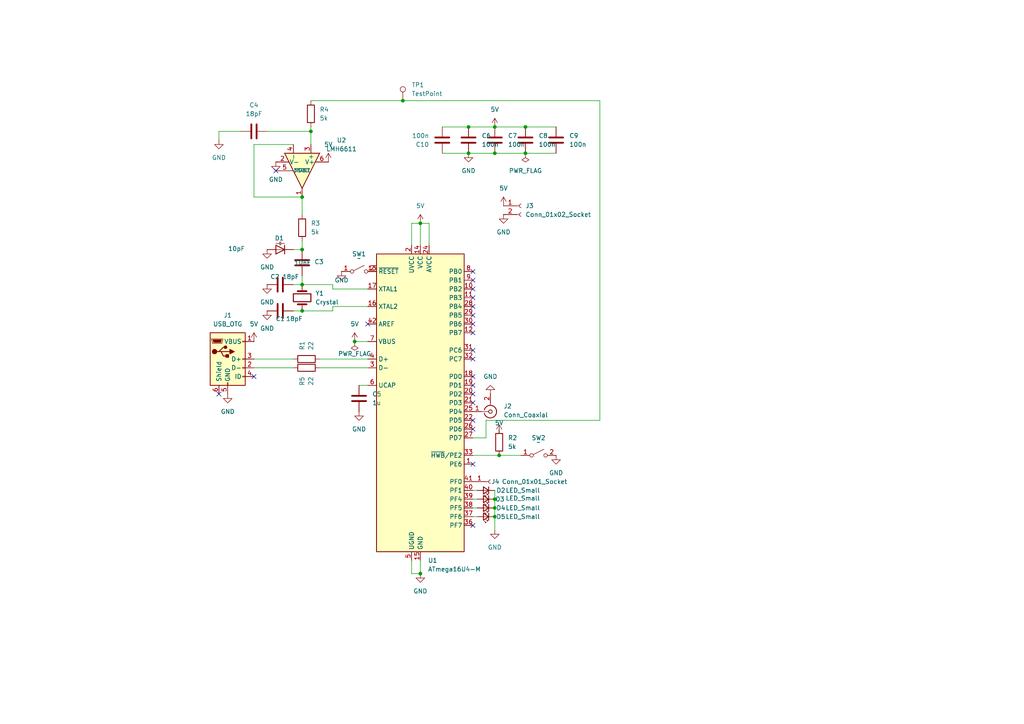
<source format=kicad_sch>
(kicad_sch
	(version 20231120)
	(generator "eeschema")
	(generator_version "8.0")
	(uuid "f8878ff2-1068-4d88-8cd3-ccff76aac03d")
	(paper "A4")
	(lib_symbols
		(symbol "Amplifier_Operational:LMH6611"
			(pin_names
				(offset 0.127)
			)
			(exclude_from_sim no)
			(in_bom yes)
			(on_board yes)
			(property "Reference" "U"
				(at 2.54 3.81 0)
				(effects
					(font
						(size 1.27 1.27)
					)
					(justify left)
				)
			)
			(property "Value" "LMH6611"
				(at 2.54 -3.81 0)
				(effects
					(font
						(size 1.27 1.27)
					)
					(justify left)
				)
			)
			(property "Footprint" "Package_TO_SOT_SMD:TSOT-23-6"
				(at 2.54 -6.35 0)
				(effects
					(font
						(size 1.27 1.27)
					)
					(justify left)
					(hide yes)
				)
			)
			(property "Datasheet" "http://www.ti.com/lit/ds/symlink/lmh6612.pdf"
				(at 3.81 3.81 0)
				(effects
					(font
						(size 1.27 1.27)
					)
					(hide yes)
				)
			)
			(property "Description" "Single Supply, 345 MHz, Rail-to-Rail Output, Amplifier, TSOT-23-6"
				(at 0 0 0)
				(effects
					(font
						(size 1.27 1.27)
					)
					(hide yes)
				)
			)
			(property "ki_keywords" "opamp operational amplifier single"
				(at 0 0 0)
				(effects
					(font
						(size 1.27 1.27)
					)
					(hide yes)
				)
			)
			(property "ki_fp_filters" "TSOT*23*"
				(at 0 0 0)
				(effects
					(font
						(size 1.27 1.27)
					)
					(hide yes)
				)
			)
			(symbol "LMH6611_0_1"
				(polyline
					(pts
						(xy -5.08 5.08) (xy 5.08 0) (xy -5.08 -5.08) (xy -5.08 5.08)
					)
					(stroke
						(width 0.254)
						(type default)
					)
					(fill
						(type background)
					)
				)
			)
			(symbol "LMH6611_1_1"
				(pin output line
					(at 7.62 0 180)
					(length 2.54)
					(name "~"
						(effects
							(font
								(size 1.27 1.27)
							)
						)
					)
					(number "1"
						(effects
							(font
								(size 1.27 1.27)
							)
						)
					)
				)
				(pin power_in line
					(at -2.54 -7.62 90)
					(length 3.81)
					(name "V-"
						(effects
							(font
								(size 1.27 1.27)
							)
						)
					)
					(number "2"
						(effects
							(font
								(size 1.27 1.27)
							)
						)
					)
				)
				(pin input line
					(at -7.62 2.54 0)
					(length 2.54)
					(name "+"
						(effects
							(font
								(size 1.27 1.27)
							)
						)
					)
					(number "3"
						(effects
							(font
								(size 1.27 1.27)
							)
						)
					)
				)
				(pin input line
					(at -7.62 -2.54 0)
					(length 2.54)
					(name "-"
						(effects
							(font
								(size 1.27 1.27)
							)
						)
					)
					(number "4"
						(effects
							(font
								(size 1.27 1.27)
							)
						)
					)
				)
				(pin input line
					(at 0 -7.62 90)
					(length 5.08)
					(name "~{DISABLE}"
						(effects
							(font
								(size 0.762 0.762)
							)
						)
					)
					(number "5"
						(effects
							(font
								(size 1.27 1.27)
							)
						)
					)
				)
				(pin power_in line
					(at -2.54 7.62 270)
					(length 3.81)
					(name "V+"
						(effects
							(font
								(size 1.27 1.27)
							)
						)
					)
					(number "6"
						(effects
							(font
								(size 1.27 1.27)
							)
						)
					)
				)
			)
		)
		(symbol "Connector:Conn_01x01_Socket"
			(pin_names
				(offset 1.016) hide)
			(exclude_from_sim no)
			(in_bom yes)
			(on_board yes)
			(property "Reference" "J"
				(at 0 2.54 0)
				(effects
					(font
						(size 1.27 1.27)
					)
				)
			)
			(property "Value" "Conn_01x01_Socket"
				(at 0 -2.54 0)
				(effects
					(font
						(size 1.27 1.27)
					)
				)
			)
			(property "Footprint" ""
				(at 0 0 0)
				(effects
					(font
						(size 1.27 1.27)
					)
					(hide yes)
				)
			)
			(property "Datasheet" "~"
				(at 0 0 0)
				(effects
					(font
						(size 1.27 1.27)
					)
					(hide yes)
				)
			)
			(property "Description" "Generic connector, single row, 01x01, script generated"
				(at 0 0 0)
				(effects
					(font
						(size 1.27 1.27)
					)
					(hide yes)
				)
			)
			(property "ki_locked" ""
				(at 0 0 0)
				(effects
					(font
						(size 1.27 1.27)
					)
				)
			)
			(property "ki_keywords" "connector"
				(at 0 0 0)
				(effects
					(font
						(size 1.27 1.27)
					)
					(hide yes)
				)
			)
			(property "ki_fp_filters" "Connector*:*_1x??_*"
				(at 0 0 0)
				(effects
					(font
						(size 1.27 1.27)
					)
					(hide yes)
				)
			)
			(symbol "Conn_01x01_Socket_1_1"
				(polyline
					(pts
						(xy -1.27 0) (xy -0.508 0)
					)
					(stroke
						(width 0.1524)
						(type default)
					)
					(fill
						(type none)
					)
				)
				(arc
					(start 0 0.508)
					(mid -0.5058 0)
					(end 0 -0.508)
					(stroke
						(width 0.1524)
						(type default)
					)
					(fill
						(type none)
					)
				)
				(pin passive line
					(at -5.08 0 0)
					(length 3.81)
					(name "Pin_1"
						(effects
							(font
								(size 1.27 1.27)
							)
						)
					)
					(number "1"
						(effects
							(font
								(size 1.27 1.27)
							)
						)
					)
				)
			)
		)
		(symbol "Connector:Conn_01x02_Socket"
			(pin_names
				(offset 1.016) hide)
			(exclude_from_sim no)
			(in_bom yes)
			(on_board yes)
			(property "Reference" "J"
				(at 0 2.54 0)
				(effects
					(font
						(size 1.27 1.27)
					)
				)
			)
			(property "Value" "Conn_01x02_Socket"
				(at 0 -5.08 0)
				(effects
					(font
						(size 1.27 1.27)
					)
				)
			)
			(property "Footprint" ""
				(at 0 0 0)
				(effects
					(font
						(size 1.27 1.27)
					)
					(hide yes)
				)
			)
			(property "Datasheet" "~"
				(at 0 0 0)
				(effects
					(font
						(size 1.27 1.27)
					)
					(hide yes)
				)
			)
			(property "Description" "Generic connector, single row, 01x02, script generated"
				(at 0 0 0)
				(effects
					(font
						(size 1.27 1.27)
					)
					(hide yes)
				)
			)
			(property "ki_locked" ""
				(at 0 0 0)
				(effects
					(font
						(size 1.27 1.27)
					)
				)
			)
			(property "ki_keywords" "connector"
				(at 0 0 0)
				(effects
					(font
						(size 1.27 1.27)
					)
					(hide yes)
				)
			)
			(property "ki_fp_filters" "Connector*:*_1x??_*"
				(at 0 0 0)
				(effects
					(font
						(size 1.27 1.27)
					)
					(hide yes)
				)
			)
			(symbol "Conn_01x02_Socket_1_1"
				(arc
					(start 0 -2.032)
					(mid -0.5058 -2.54)
					(end 0 -3.048)
					(stroke
						(width 0.1524)
						(type default)
					)
					(fill
						(type none)
					)
				)
				(polyline
					(pts
						(xy -1.27 -2.54) (xy -0.508 -2.54)
					)
					(stroke
						(width 0.1524)
						(type default)
					)
					(fill
						(type none)
					)
				)
				(polyline
					(pts
						(xy -1.27 0) (xy -0.508 0)
					)
					(stroke
						(width 0.1524)
						(type default)
					)
					(fill
						(type none)
					)
				)
				(arc
					(start 0 0.508)
					(mid -0.5058 0)
					(end 0 -0.508)
					(stroke
						(width 0.1524)
						(type default)
					)
					(fill
						(type none)
					)
				)
				(pin passive line
					(at -5.08 0 0)
					(length 3.81)
					(name "Pin_1"
						(effects
							(font
								(size 1.27 1.27)
							)
						)
					)
					(number "1"
						(effects
							(font
								(size 1.27 1.27)
							)
						)
					)
				)
				(pin passive line
					(at -5.08 -2.54 0)
					(length 3.81)
					(name "Pin_2"
						(effects
							(font
								(size 1.27 1.27)
							)
						)
					)
					(number "2"
						(effects
							(font
								(size 1.27 1.27)
							)
						)
					)
				)
			)
		)
		(symbol "Connector:Conn_Coaxial"
			(pin_names
				(offset 1.016) hide)
			(exclude_from_sim no)
			(in_bom yes)
			(on_board yes)
			(property "Reference" "J"
				(at 0.254 3.048 0)
				(effects
					(font
						(size 1.27 1.27)
					)
				)
			)
			(property "Value" "Conn_Coaxial"
				(at 2.921 0 90)
				(effects
					(font
						(size 1.27 1.27)
					)
				)
			)
			(property "Footprint" ""
				(at 0 0 0)
				(effects
					(font
						(size 1.27 1.27)
					)
					(hide yes)
				)
			)
			(property "Datasheet" "~"
				(at 0 0 0)
				(effects
					(font
						(size 1.27 1.27)
					)
					(hide yes)
				)
			)
			(property "Description" "coaxial connector (BNC, SMA, SMB, SMC, Cinch/RCA, LEMO, ...)"
				(at 0 0 0)
				(effects
					(font
						(size 1.27 1.27)
					)
					(hide yes)
				)
			)
			(property "ki_keywords" "BNC SMA SMB SMC LEMO coaxial connector CINCH RCA MCX MMCX U.FL UMRF"
				(at 0 0 0)
				(effects
					(font
						(size 1.27 1.27)
					)
					(hide yes)
				)
			)
			(property "ki_fp_filters" "*BNC* *SMA* *SMB* *SMC* *Cinch* *LEMO* *UMRF* *MCX* *U.FL*"
				(at 0 0 0)
				(effects
					(font
						(size 1.27 1.27)
					)
					(hide yes)
				)
			)
			(symbol "Conn_Coaxial_0_1"
				(arc
					(start -1.778 -0.508)
					(mid 0.2311 -1.8066)
					(end 1.778 0)
					(stroke
						(width 0.254)
						(type default)
					)
					(fill
						(type none)
					)
				)
				(polyline
					(pts
						(xy -2.54 0) (xy -0.508 0)
					)
					(stroke
						(width 0)
						(type default)
					)
					(fill
						(type none)
					)
				)
				(polyline
					(pts
						(xy 0 -2.54) (xy 0 -1.778)
					)
					(stroke
						(width 0)
						(type default)
					)
					(fill
						(type none)
					)
				)
				(circle
					(center 0 0)
					(radius 0.508)
					(stroke
						(width 0.2032)
						(type default)
					)
					(fill
						(type none)
					)
				)
				(arc
					(start 1.778 0)
					(mid 0.2099 1.8101)
					(end -1.778 0.508)
					(stroke
						(width 0.254)
						(type default)
					)
					(fill
						(type none)
					)
				)
			)
			(symbol "Conn_Coaxial_1_1"
				(pin passive line
					(at -5.08 0 0)
					(length 2.54)
					(name "In"
						(effects
							(font
								(size 1.27 1.27)
							)
						)
					)
					(number "1"
						(effects
							(font
								(size 1.27 1.27)
							)
						)
					)
				)
				(pin passive line
					(at 0 -5.08 90)
					(length 2.54)
					(name "Ext"
						(effects
							(font
								(size 1.27 1.27)
							)
						)
					)
					(number "2"
						(effects
							(font
								(size 1.27 1.27)
							)
						)
					)
				)
			)
		)
		(symbol "Connector:TestPoint"
			(pin_numbers hide)
			(pin_names
				(offset 0.762) hide)
			(exclude_from_sim no)
			(in_bom yes)
			(on_board yes)
			(property "Reference" "TP"
				(at 0 6.858 0)
				(effects
					(font
						(size 1.27 1.27)
					)
				)
			)
			(property "Value" "TestPoint"
				(at 0 5.08 0)
				(effects
					(font
						(size 1.27 1.27)
					)
				)
			)
			(property "Footprint" ""
				(at 5.08 0 0)
				(effects
					(font
						(size 1.27 1.27)
					)
					(hide yes)
				)
			)
			(property "Datasheet" "~"
				(at 5.08 0 0)
				(effects
					(font
						(size 1.27 1.27)
					)
					(hide yes)
				)
			)
			(property "Description" "test point"
				(at 0 0 0)
				(effects
					(font
						(size 1.27 1.27)
					)
					(hide yes)
				)
			)
			(property "ki_keywords" "test point tp"
				(at 0 0 0)
				(effects
					(font
						(size 1.27 1.27)
					)
					(hide yes)
				)
			)
			(property "ki_fp_filters" "Pin* Test*"
				(at 0 0 0)
				(effects
					(font
						(size 1.27 1.27)
					)
					(hide yes)
				)
			)
			(symbol "TestPoint_0_1"
				(circle
					(center 0 3.302)
					(radius 0.762)
					(stroke
						(width 0)
						(type default)
					)
					(fill
						(type none)
					)
				)
			)
			(symbol "TestPoint_1_1"
				(pin passive line
					(at 0 0 90)
					(length 2.54)
					(name "1"
						(effects
							(font
								(size 1.27 1.27)
							)
						)
					)
					(number "1"
						(effects
							(font
								(size 1.27 1.27)
							)
						)
					)
				)
			)
		)
		(symbol "Connector:USB_OTG"
			(pin_names
				(offset 1.016)
			)
			(exclude_from_sim no)
			(in_bom yes)
			(on_board yes)
			(property "Reference" "J"
				(at -5.08 11.43 0)
				(effects
					(font
						(size 1.27 1.27)
					)
					(justify left)
				)
			)
			(property "Value" "USB_OTG"
				(at -5.08 8.89 0)
				(effects
					(font
						(size 1.27 1.27)
					)
					(justify left)
				)
			)
			(property "Footprint" ""
				(at 3.81 -1.27 0)
				(effects
					(font
						(size 1.27 1.27)
					)
					(hide yes)
				)
			)
			(property "Datasheet" "~"
				(at 3.81 -1.27 0)
				(effects
					(font
						(size 1.27 1.27)
					)
					(hide yes)
				)
			)
			(property "Description" "USB mini/micro connector"
				(at 0 0 0)
				(effects
					(font
						(size 1.27 1.27)
					)
					(hide yes)
				)
			)
			(property "ki_keywords" "connector USB"
				(at 0 0 0)
				(effects
					(font
						(size 1.27 1.27)
					)
					(hide yes)
				)
			)
			(property "ki_fp_filters" "USB*"
				(at 0 0 0)
				(effects
					(font
						(size 1.27 1.27)
					)
					(hide yes)
				)
			)
			(symbol "USB_OTG_0_1"
				(rectangle
					(start -5.08 -7.62)
					(end 5.08 7.62)
					(stroke
						(width 0.254)
						(type default)
					)
					(fill
						(type background)
					)
				)
				(circle
					(center -3.81 2.159)
					(radius 0.635)
					(stroke
						(width 0.254)
						(type default)
					)
					(fill
						(type outline)
					)
				)
				(circle
					(center -0.635 3.429)
					(radius 0.381)
					(stroke
						(width 0.254)
						(type default)
					)
					(fill
						(type outline)
					)
				)
				(rectangle
					(start -0.127 -7.62)
					(end 0.127 -6.858)
					(stroke
						(width 0)
						(type default)
					)
					(fill
						(type none)
					)
				)
				(polyline
					(pts
						(xy -1.905 2.159) (xy 0.635 2.159)
					)
					(stroke
						(width 0.254)
						(type default)
					)
					(fill
						(type none)
					)
				)
				(polyline
					(pts
						(xy -3.175 2.159) (xy -2.54 2.159) (xy -1.27 3.429) (xy -0.635 3.429)
					)
					(stroke
						(width 0.254)
						(type default)
					)
					(fill
						(type none)
					)
				)
				(polyline
					(pts
						(xy -2.54 2.159) (xy -1.905 2.159) (xy -1.27 0.889) (xy 0 0.889)
					)
					(stroke
						(width 0.254)
						(type default)
					)
					(fill
						(type none)
					)
				)
				(polyline
					(pts
						(xy 0.635 2.794) (xy 0.635 1.524) (xy 1.905 2.159) (xy 0.635 2.794)
					)
					(stroke
						(width 0.254)
						(type default)
					)
					(fill
						(type outline)
					)
				)
				(polyline
					(pts
						(xy -4.318 5.588) (xy -1.778 5.588) (xy -2.032 4.826) (xy -4.064 4.826) (xy -4.318 5.588)
					)
					(stroke
						(width 0)
						(type default)
					)
					(fill
						(type outline)
					)
				)
				(polyline
					(pts
						(xy -4.699 5.842) (xy -4.699 5.588) (xy -4.445 4.826) (xy -4.445 4.572) (xy -1.651 4.572) (xy -1.651 4.826)
						(xy -1.397 5.588) (xy -1.397 5.842) (xy -4.699 5.842)
					)
					(stroke
						(width 0)
						(type default)
					)
					(fill
						(type none)
					)
				)
				(rectangle
					(start 0.254 1.27)
					(end -0.508 0.508)
					(stroke
						(width 0.254)
						(type default)
					)
					(fill
						(type outline)
					)
				)
				(rectangle
					(start 5.08 -5.207)
					(end 4.318 -4.953)
					(stroke
						(width 0)
						(type default)
					)
					(fill
						(type none)
					)
				)
				(rectangle
					(start 5.08 -2.667)
					(end 4.318 -2.413)
					(stroke
						(width 0)
						(type default)
					)
					(fill
						(type none)
					)
				)
				(rectangle
					(start 5.08 -0.127)
					(end 4.318 0.127)
					(stroke
						(width 0)
						(type default)
					)
					(fill
						(type none)
					)
				)
				(rectangle
					(start 5.08 4.953)
					(end 4.318 5.207)
					(stroke
						(width 0)
						(type default)
					)
					(fill
						(type none)
					)
				)
			)
			(symbol "USB_OTG_1_1"
				(pin passive line
					(at 7.62 5.08 180)
					(length 2.54)
					(name "VBUS"
						(effects
							(font
								(size 1.27 1.27)
							)
						)
					)
					(number "1"
						(effects
							(font
								(size 1.27 1.27)
							)
						)
					)
				)
				(pin bidirectional line
					(at 7.62 -2.54 180)
					(length 2.54)
					(name "D-"
						(effects
							(font
								(size 1.27 1.27)
							)
						)
					)
					(number "2"
						(effects
							(font
								(size 1.27 1.27)
							)
						)
					)
				)
				(pin bidirectional line
					(at 7.62 0 180)
					(length 2.54)
					(name "D+"
						(effects
							(font
								(size 1.27 1.27)
							)
						)
					)
					(number "3"
						(effects
							(font
								(size 1.27 1.27)
							)
						)
					)
				)
				(pin passive line
					(at 7.62 -5.08 180)
					(length 2.54)
					(name "ID"
						(effects
							(font
								(size 1.27 1.27)
							)
						)
					)
					(number "4"
						(effects
							(font
								(size 1.27 1.27)
							)
						)
					)
				)
				(pin passive line
					(at 0 -10.16 90)
					(length 2.54)
					(name "GND"
						(effects
							(font
								(size 1.27 1.27)
							)
						)
					)
					(number "5"
						(effects
							(font
								(size 1.27 1.27)
							)
						)
					)
				)
				(pin passive line
					(at -2.54 -10.16 90)
					(length 2.54)
					(name "Shield"
						(effects
							(font
								(size 1.27 1.27)
							)
						)
					)
					(number "6"
						(effects
							(font
								(size 1.27 1.27)
							)
						)
					)
				)
			)
		)
		(symbol "Device:C"
			(pin_numbers hide)
			(pin_names
				(offset 0.254)
			)
			(exclude_from_sim no)
			(in_bom yes)
			(on_board yes)
			(property "Reference" "C"
				(at 0.635 2.54 0)
				(effects
					(font
						(size 1.27 1.27)
					)
					(justify left)
				)
			)
			(property "Value" "C"
				(at 0.635 -2.54 0)
				(effects
					(font
						(size 1.27 1.27)
					)
					(justify left)
				)
			)
			(property "Footprint" ""
				(at 0.9652 -3.81 0)
				(effects
					(font
						(size 1.27 1.27)
					)
					(hide yes)
				)
			)
			(property "Datasheet" "~"
				(at 0 0 0)
				(effects
					(font
						(size 1.27 1.27)
					)
					(hide yes)
				)
			)
			(property "Description" "Unpolarized capacitor"
				(at 0 0 0)
				(effects
					(font
						(size 1.27 1.27)
					)
					(hide yes)
				)
			)
			(property "ki_keywords" "cap capacitor"
				(at 0 0 0)
				(effects
					(font
						(size 1.27 1.27)
					)
					(hide yes)
				)
			)
			(property "ki_fp_filters" "C_*"
				(at 0 0 0)
				(effects
					(font
						(size 1.27 1.27)
					)
					(hide yes)
				)
			)
			(symbol "C_0_1"
				(polyline
					(pts
						(xy -2.032 -0.762) (xy 2.032 -0.762)
					)
					(stroke
						(width 0.508)
						(type default)
					)
					(fill
						(type none)
					)
				)
				(polyline
					(pts
						(xy -2.032 0.762) (xy 2.032 0.762)
					)
					(stroke
						(width 0.508)
						(type default)
					)
					(fill
						(type none)
					)
				)
			)
			(symbol "C_1_1"
				(pin passive line
					(at 0 3.81 270)
					(length 2.794)
					(name "~"
						(effects
							(font
								(size 1.27 1.27)
							)
						)
					)
					(number "1"
						(effects
							(font
								(size 1.27 1.27)
							)
						)
					)
				)
				(pin passive line
					(at 0 -3.81 90)
					(length 2.794)
					(name "~"
						(effects
							(font
								(size 1.27 1.27)
							)
						)
					)
					(number "2"
						(effects
							(font
								(size 1.27 1.27)
							)
						)
					)
				)
			)
		)
		(symbol "Device:Crystal"
			(pin_numbers hide)
			(pin_names
				(offset 1.016) hide)
			(exclude_from_sim no)
			(in_bom yes)
			(on_board yes)
			(property "Reference" "Y"
				(at 0 3.81 0)
				(effects
					(font
						(size 1.27 1.27)
					)
				)
			)
			(property "Value" "Crystal"
				(at 0 -3.81 0)
				(effects
					(font
						(size 1.27 1.27)
					)
				)
			)
			(property "Footprint" ""
				(at 0 0 0)
				(effects
					(font
						(size 1.27 1.27)
					)
					(hide yes)
				)
			)
			(property "Datasheet" "~"
				(at 0 0 0)
				(effects
					(font
						(size 1.27 1.27)
					)
					(hide yes)
				)
			)
			(property "Description" "Two pin crystal"
				(at 0 0 0)
				(effects
					(font
						(size 1.27 1.27)
					)
					(hide yes)
				)
			)
			(property "ki_keywords" "quartz ceramic resonator oscillator"
				(at 0 0 0)
				(effects
					(font
						(size 1.27 1.27)
					)
					(hide yes)
				)
			)
			(property "ki_fp_filters" "Crystal*"
				(at 0 0 0)
				(effects
					(font
						(size 1.27 1.27)
					)
					(hide yes)
				)
			)
			(symbol "Crystal_0_1"
				(rectangle
					(start -1.143 2.54)
					(end 1.143 -2.54)
					(stroke
						(width 0.3048)
						(type default)
					)
					(fill
						(type none)
					)
				)
				(polyline
					(pts
						(xy -2.54 0) (xy -1.905 0)
					)
					(stroke
						(width 0)
						(type default)
					)
					(fill
						(type none)
					)
				)
				(polyline
					(pts
						(xy -1.905 -1.27) (xy -1.905 1.27)
					)
					(stroke
						(width 0.508)
						(type default)
					)
					(fill
						(type none)
					)
				)
				(polyline
					(pts
						(xy 1.905 -1.27) (xy 1.905 1.27)
					)
					(stroke
						(width 0.508)
						(type default)
					)
					(fill
						(type none)
					)
				)
				(polyline
					(pts
						(xy 2.54 0) (xy 1.905 0)
					)
					(stroke
						(width 0)
						(type default)
					)
					(fill
						(type none)
					)
				)
			)
			(symbol "Crystal_1_1"
				(pin passive line
					(at -3.81 0 0)
					(length 1.27)
					(name "1"
						(effects
							(font
								(size 1.27 1.27)
							)
						)
					)
					(number "1"
						(effects
							(font
								(size 1.27 1.27)
							)
						)
					)
				)
				(pin passive line
					(at 3.81 0 180)
					(length 1.27)
					(name "2"
						(effects
							(font
								(size 1.27 1.27)
							)
						)
					)
					(number "2"
						(effects
							(font
								(size 1.27 1.27)
							)
						)
					)
				)
			)
		)
		(symbol "Device:D_Capacitance"
			(pin_numbers hide)
			(pin_names
				(offset 1.016) hide)
			(exclude_from_sim no)
			(in_bom yes)
			(on_board yes)
			(property "Reference" "D"
				(at 0 2.54 0)
				(effects
					(font
						(size 1.27 1.27)
					)
				)
			)
			(property "Value" "D_Capacitance"
				(at 0 -3.302 0)
				(effects
					(font
						(size 1.27 1.27)
					)
				)
			)
			(property "Footprint" ""
				(at 0 0 0)
				(effects
					(font
						(size 1.27 1.27)
					)
					(hide yes)
				)
			)
			(property "Datasheet" "~"
				(at 0 0 0)
				(effects
					(font
						(size 1.27 1.27)
					)
					(hide yes)
				)
			)
			(property "Description" "Variable capacitance diode"
				(at 0 0 0)
				(effects
					(font
						(size 1.27 1.27)
					)
					(hide yes)
				)
			)
			(property "ki_keywords" "capacitance diode varicap varactor"
				(at 0 0 0)
				(effects
					(font
						(size 1.27 1.27)
					)
					(hide yes)
				)
			)
			(property "ki_fp_filters" "TO-???* *_Diode_* *SingleDiode* D_*"
				(at 0 0 0)
				(effects
					(font
						(size 1.27 1.27)
					)
					(hide yes)
				)
			)
			(symbol "D_Capacitance_0_1"
				(polyline
					(pts
						(xy -1.27 -1.778) (xy -0.1524 -1.778)
					)
					(stroke
						(width 0)
						(type default)
					)
					(fill
						(type none)
					)
				)
				(polyline
					(pts
						(xy -1.27 0) (xy 1.27 0)
					)
					(stroke
						(width 0)
						(type default)
					)
					(fill
						(type none)
					)
				)
				(polyline
					(pts
						(xy -1.27 1.27) (xy -1.27 -1.27)
					)
					(stroke
						(width 0.254)
						(type default)
					)
					(fill
						(type none)
					)
				)
				(polyline
					(pts
						(xy -0.1524 -1.27) (xy -0.1524 -2.286)
					)
					(stroke
						(width 0)
						(type default)
					)
					(fill
						(type none)
					)
				)
				(polyline
					(pts
						(xy 0.1524 -1.778) (xy 1.27 -1.778)
					)
					(stroke
						(width 0)
						(type default)
					)
					(fill
						(type none)
					)
				)
				(polyline
					(pts
						(xy 0.1524 -1.27) (xy 0.1524 -2.286)
					)
					(stroke
						(width 0)
						(type default)
					)
					(fill
						(type none)
					)
				)
				(polyline
					(pts
						(xy 1.27 1.27) (xy 1.27 -1.27) (xy -1.27 0) (xy 1.27 1.27)
					)
					(stroke
						(width 0.254)
						(type default)
					)
					(fill
						(type none)
					)
				)
			)
			(symbol "D_Capacitance_1_1"
				(pin passive line
					(at -3.81 0 0)
					(length 2.54)
					(name "K"
						(effects
							(font
								(size 1.27 1.27)
							)
						)
					)
					(number "1"
						(effects
							(font
								(size 1.27 1.27)
							)
						)
					)
				)
				(pin passive line
					(at 3.81 0 180)
					(length 2.54)
					(name "A"
						(effects
							(font
								(size 1.27 1.27)
							)
						)
					)
					(number "2"
						(effects
							(font
								(size 1.27 1.27)
							)
						)
					)
				)
			)
		)
		(symbol "Device:LED_Small"
			(pin_numbers hide)
			(pin_names
				(offset 0.254) hide)
			(exclude_from_sim no)
			(in_bom yes)
			(on_board yes)
			(property "Reference" "D"
				(at -1.27 3.175 0)
				(effects
					(font
						(size 1.27 1.27)
					)
					(justify left)
				)
			)
			(property "Value" "LED_Small"
				(at -4.445 -2.54 0)
				(effects
					(font
						(size 1.27 1.27)
					)
					(justify left)
				)
			)
			(property "Footprint" ""
				(at 0 0 90)
				(effects
					(font
						(size 1.27 1.27)
					)
					(hide yes)
				)
			)
			(property "Datasheet" "~"
				(at 0 0 90)
				(effects
					(font
						(size 1.27 1.27)
					)
					(hide yes)
				)
			)
			(property "Description" "Light emitting diode, small symbol"
				(at 0 0 0)
				(effects
					(font
						(size 1.27 1.27)
					)
					(hide yes)
				)
			)
			(property "ki_keywords" "LED diode light-emitting-diode"
				(at 0 0 0)
				(effects
					(font
						(size 1.27 1.27)
					)
					(hide yes)
				)
			)
			(property "ki_fp_filters" "LED* LED_SMD:* LED_THT:*"
				(at 0 0 0)
				(effects
					(font
						(size 1.27 1.27)
					)
					(hide yes)
				)
			)
			(symbol "LED_Small_0_1"
				(polyline
					(pts
						(xy -0.762 -1.016) (xy -0.762 1.016)
					)
					(stroke
						(width 0.254)
						(type default)
					)
					(fill
						(type none)
					)
				)
				(polyline
					(pts
						(xy 1.016 0) (xy -0.762 0)
					)
					(stroke
						(width 0)
						(type default)
					)
					(fill
						(type none)
					)
				)
				(polyline
					(pts
						(xy 0.762 -1.016) (xy -0.762 0) (xy 0.762 1.016) (xy 0.762 -1.016)
					)
					(stroke
						(width 0.254)
						(type default)
					)
					(fill
						(type none)
					)
				)
				(polyline
					(pts
						(xy 0 0.762) (xy -0.508 1.27) (xy -0.254 1.27) (xy -0.508 1.27) (xy -0.508 1.016)
					)
					(stroke
						(width 0)
						(type default)
					)
					(fill
						(type none)
					)
				)
				(polyline
					(pts
						(xy 0.508 1.27) (xy 0 1.778) (xy 0.254 1.778) (xy 0 1.778) (xy 0 1.524)
					)
					(stroke
						(width 0)
						(type default)
					)
					(fill
						(type none)
					)
				)
			)
			(symbol "LED_Small_1_1"
				(pin passive line
					(at -2.54 0 0)
					(length 1.778)
					(name "K"
						(effects
							(font
								(size 1.27 1.27)
							)
						)
					)
					(number "1"
						(effects
							(font
								(size 1.27 1.27)
							)
						)
					)
				)
				(pin passive line
					(at 2.54 0 180)
					(length 1.778)
					(name "A"
						(effects
							(font
								(size 1.27 1.27)
							)
						)
					)
					(number "2"
						(effects
							(font
								(size 1.27 1.27)
							)
						)
					)
				)
			)
		)
		(symbol "Device:R"
			(pin_numbers hide)
			(pin_names
				(offset 0)
			)
			(exclude_from_sim no)
			(in_bom yes)
			(on_board yes)
			(property "Reference" "R"
				(at 2.032 0 90)
				(effects
					(font
						(size 1.27 1.27)
					)
				)
			)
			(property "Value" "R"
				(at 0 0 90)
				(effects
					(font
						(size 1.27 1.27)
					)
				)
			)
			(property "Footprint" ""
				(at -1.778 0 90)
				(effects
					(font
						(size 1.27 1.27)
					)
					(hide yes)
				)
			)
			(property "Datasheet" "~"
				(at 0 0 0)
				(effects
					(font
						(size 1.27 1.27)
					)
					(hide yes)
				)
			)
			(property "Description" "Resistor"
				(at 0 0 0)
				(effects
					(font
						(size 1.27 1.27)
					)
					(hide yes)
				)
			)
			(property "ki_keywords" "R res resistor"
				(at 0 0 0)
				(effects
					(font
						(size 1.27 1.27)
					)
					(hide yes)
				)
			)
			(property "ki_fp_filters" "R_*"
				(at 0 0 0)
				(effects
					(font
						(size 1.27 1.27)
					)
					(hide yes)
				)
			)
			(symbol "R_0_1"
				(rectangle
					(start -1.016 -2.54)
					(end 1.016 2.54)
					(stroke
						(width 0.254)
						(type default)
					)
					(fill
						(type none)
					)
				)
			)
			(symbol "R_1_1"
				(pin passive line
					(at 0 3.81 270)
					(length 1.27)
					(name "~"
						(effects
							(font
								(size 1.27 1.27)
							)
						)
					)
					(number "1"
						(effects
							(font
								(size 1.27 1.27)
							)
						)
					)
				)
				(pin passive line
					(at 0 -3.81 90)
					(length 1.27)
					(name "~"
						(effects
							(font
								(size 1.27 1.27)
							)
						)
					)
					(number "2"
						(effects
							(font
								(size 1.27 1.27)
							)
						)
					)
				)
			)
		)
		(symbol "MCU_Microchip_ATmega:ATmega16U4-M"
			(exclude_from_sim no)
			(in_bom yes)
			(on_board yes)
			(property "Reference" "U"
				(at -12.7 44.45 0)
				(effects
					(font
						(size 1.27 1.27)
					)
					(justify left bottom)
				)
			)
			(property "Value" "ATmega16U4-M"
				(at 2.54 -44.45 0)
				(effects
					(font
						(size 1.27 1.27)
					)
					(justify left top)
				)
			)
			(property "Footprint" "Package_DFN_QFN:QFN-44-1EP_7x7mm_P0.5mm_EP5.2x5.2mm"
				(at 0 0 0)
				(effects
					(font
						(size 1.27 1.27)
						(italic yes)
					)
					(hide yes)
				)
			)
			(property "Datasheet" "http://ww1.microchip.com/downloads/en/DeviceDoc/Atmel-7766-8-bit-AVR-ATmega16U4-32U4_Datasheet.pdf"
				(at 0 0 0)
				(effects
					(font
						(size 1.27 1.27)
					)
					(hide yes)
				)
			)
			(property "Description" "16MHz, 16kB Flash, 1.25kB SRAM, 512B EEPROM, USB 2.0, QFN-44"
				(at 0 0 0)
				(effects
					(font
						(size 1.27 1.27)
					)
					(hide yes)
				)
			)
			(property "ki_keywords" "AVR 8bit Microcontroller MegaAVR USB"
				(at 0 0 0)
				(effects
					(font
						(size 1.27 1.27)
					)
					(hide yes)
				)
			)
			(property "ki_fp_filters" "QFN*1EP*7x7mm*P0.5mm*"
				(at 0 0 0)
				(effects
					(font
						(size 1.27 1.27)
					)
					(hide yes)
				)
			)
			(symbol "ATmega16U4-M_0_1"
				(rectangle
					(start -12.7 -43.18)
					(end 12.7 43.18)
					(stroke
						(width 0.254)
						(type default)
					)
					(fill
						(type background)
					)
				)
			)
			(symbol "ATmega16U4-M_1_1"
				(pin bidirectional line
					(at 15.24 -17.78 180)
					(length 2.54)
					(name "PE6"
						(effects
							(font
								(size 1.27 1.27)
							)
						)
					)
					(number "1"
						(effects
							(font
								(size 1.27 1.27)
							)
						)
					)
				)
				(pin bidirectional line
					(at 15.24 33.02 180)
					(length 2.54)
					(name "PB2"
						(effects
							(font
								(size 1.27 1.27)
							)
						)
					)
					(number "10"
						(effects
							(font
								(size 1.27 1.27)
							)
						)
					)
				)
				(pin bidirectional line
					(at 15.24 30.48 180)
					(length 2.54)
					(name "PB3"
						(effects
							(font
								(size 1.27 1.27)
							)
						)
					)
					(number "11"
						(effects
							(font
								(size 1.27 1.27)
							)
						)
					)
				)
				(pin bidirectional line
					(at 15.24 20.32 180)
					(length 2.54)
					(name "PB7"
						(effects
							(font
								(size 1.27 1.27)
							)
						)
					)
					(number "12"
						(effects
							(font
								(size 1.27 1.27)
							)
						)
					)
				)
				(pin input line
					(at -15.24 38.1 0)
					(length 2.54)
					(name "~{RESET}"
						(effects
							(font
								(size 1.27 1.27)
							)
						)
					)
					(number "13"
						(effects
							(font
								(size 1.27 1.27)
							)
						)
					)
				)
				(pin power_in line
					(at 0 45.72 270)
					(length 2.54)
					(name "VCC"
						(effects
							(font
								(size 1.27 1.27)
							)
						)
					)
					(number "14"
						(effects
							(font
								(size 1.27 1.27)
							)
						)
					)
				)
				(pin power_in line
					(at 0 -45.72 90)
					(length 2.54)
					(name "GND"
						(effects
							(font
								(size 1.27 1.27)
							)
						)
					)
					(number "15"
						(effects
							(font
								(size 1.27 1.27)
							)
						)
					)
				)
				(pin output line
					(at -15.24 27.94 0)
					(length 2.54)
					(name "XTAL2"
						(effects
							(font
								(size 1.27 1.27)
							)
						)
					)
					(number "16"
						(effects
							(font
								(size 1.27 1.27)
							)
						)
					)
				)
				(pin input line
					(at -15.24 33.02 0)
					(length 2.54)
					(name "XTAL1"
						(effects
							(font
								(size 1.27 1.27)
							)
						)
					)
					(number "17"
						(effects
							(font
								(size 1.27 1.27)
							)
						)
					)
				)
				(pin bidirectional line
					(at 15.24 7.62 180)
					(length 2.54)
					(name "PD0"
						(effects
							(font
								(size 1.27 1.27)
							)
						)
					)
					(number "18"
						(effects
							(font
								(size 1.27 1.27)
							)
						)
					)
				)
				(pin bidirectional line
					(at 15.24 5.08 180)
					(length 2.54)
					(name "PD1"
						(effects
							(font
								(size 1.27 1.27)
							)
						)
					)
					(number "19"
						(effects
							(font
								(size 1.27 1.27)
							)
						)
					)
				)
				(pin power_in line
					(at -2.54 45.72 270)
					(length 2.54)
					(name "UVCC"
						(effects
							(font
								(size 1.27 1.27)
							)
						)
					)
					(number "2"
						(effects
							(font
								(size 1.27 1.27)
							)
						)
					)
				)
				(pin bidirectional line
					(at 15.24 2.54 180)
					(length 2.54)
					(name "PD2"
						(effects
							(font
								(size 1.27 1.27)
							)
						)
					)
					(number "20"
						(effects
							(font
								(size 1.27 1.27)
							)
						)
					)
				)
				(pin bidirectional line
					(at 15.24 0 180)
					(length 2.54)
					(name "PD3"
						(effects
							(font
								(size 1.27 1.27)
							)
						)
					)
					(number "21"
						(effects
							(font
								(size 1.27 1.27)
							)
						)
					)
				)
				(pin bidirectional line
					(at 15.24 -5.08 180)
					(length 2.54)
					(name "PD5"
						(effects
							(font
								(size 1.27 1.27)
							)
						)
					)
					(number "22"
						(effects
							(font
								(size 1.27 1.27)
							)
						)
					)
				)
				(pin passive line
					(at 0 -45.72 90)
					(length 2.54) hide
					(name "GND"
						(effects
							(font
								(size 1.27 1.27)
							)
						)
					)
					(number "23"
						(effects
							(font
								(size 1.27 1.27)
							)
						)
					)
				)
				(pin power_in line
					(at 2.54 45.72 270)
					(length 2.54)
					(name "AVCC"
						(effects
							(font
								(size 1.27 1.27)
							)
						)
					)
					(number "24"
						(effects
							(font
								(size 1.27 1.27)
							)
						)
					)
				)
				(pin bidirectional line
					(at 15.24 -2.54 180)
					(length 2.54)
					(name "PD4"
						(effects
							(font
								(size 1.27 1.27)
							)
						)
					)
					(number "25"
						(effects
							(font
								(size 1.27 1.27)
							)
						)
					)
				)
				(pin bidirectional line
					(at 15.24 -7.62 180)
					(length 2.54)
					(name "PD6"
						(effects
							(font
								(size 1.27 1.27)
							)
						)
					)
					(number "26"
						(effects
							(font
								(size 1.27 1.27)
							)
						)
					)
				)
				(pin bidirectional line
					(at 15.24 -10.16 180)
					(length 2.54)
					(name "PD7"
						(effects
							(font
								(size 1.27 1.27)
							)
						)
					)
					(number "27"
						(effects
							(font
								(size 1.27 1.27)
							)
						)
					)
				)
				(pin bidirectional line
					(at 15.24 27.94 180)
					(length 2.54)
					(name "PB4"
						(effects
							(font
								(size 1.27 1.27)
							)
						)
					)
					(number "28"
						(effects
							(font
								(size 1.27 1.27)
							)
						)
					)
				)
				(pin bidirectional line
					(at 15.24 25.4 180)
					(length 2.54)
					(name "PB5"
						(effects
							(font
								(size 1.27 1.27)
							)
						)
					)
					(number "29"
						(effects
							(font
								(size 1.27 1.27)
							)
						)
					)
				)
				(pin bidirectional line
					(at -15.24 10.16 0)
					(length 2.54)
					(name "D-"
						(effects
							(font
								(size 1.27 1.27)
							)
						)
					)
					(number "3"
						(effects
							(font
								(size 1.27 1.27)
							)
						)
					)
				)
				(pin bidirectional line
					(at 15.24 22.86 180)
					(length 2.54)
					(name "PB6"
						(effects
							(font
								(size 1.27 1.27)
							)
						)
					)
					(number "30"
						(effects
							(font
								(size 1.27 1.27)
							)
						)
					)
				)
				(pin bidirectional line
					(at 15.24 15.24 180)
					(length 2.54)
					(name "PC6"
						(effects
							(font
								(size 1.27 1.27)
							)
						)
					)
					(number "31"
						(effects
							(font
								(size 1.27 1.27)
							)
						)
					)
				)
				(pin bidirectional line
					(at 15.24 12.7 180)
					(length 2.54)
					(name "PC7"
						(effects
							(font
								(size 1.27 1.27)
							)
						)
					)
					(number "32"
						(effects
							(font
								(size 1.27 1.27)
							)
						)
					)
				)
				(pin bidirectional line
					(at 15.24 -15.24 180)
					(length 2.54)
					(name "~{HWB}/PE2"
						(effects
							(font
								(size 1.27 1.27)
							)
						)
					)
					(number "33"
						(effects
							(font
								(size 1.27 1.27)
							)
						)
					)
				)
				(pin passive line
					(at 0 45.72 270)
					(length 2.54) hide
					(name "VCC"
						(effects
							(font
								(size 1.27 1.27)
							)
						)
					)
					(number "34"
						(effects
							(font
								(size 1.27 1.27)
							)
						)
					)
				)
				(pin passive line
					(at 0 -45.72 90)
					(length 2.54) hide
					(name "GND"
						(effects
							(font
								(size 1.27 1.27)
							)
						)
					)
					(number "35"
						(effects
							(font
								(size 1.27 1.27)
							)
						)
					)
				)
				(pin bidirectional line
					(at 15.24 -35.56 180)
					(length 2.54)
					(name "PF7"
						(effects
							(font
								(size 1.27 1.27)
							)
						)
					)
					(number "36"
						(effects
							(font
								(size 1.27 1.27)
							)
						)
					)
				)
				(pin bidirectional line
					(at 15.24 -33.02 180)
					(length 2.54)
					(name "PF6"
						(effects
							(font
								(size 1.27 1.27)
							)
						)
					)
					(number "37"
						(effects
							(font
								(size 1.27 1.27)
							)
						)
					)
				)
				(pin bidirectional line
					(at 15.24 -30.48 180)
					(length 2.54)
					(name "PF5"
						(effects
							(font
								(size 1.27 1.27)
							)
						)
					)
					(number "38"
						(effects
							(font
								(size 1.27 1.27)
							)
						)
					)
				)
				(pin bidirectional line
					(at 15.24 -27.94 180)
					(length 2.54)
					(name "PF4"
						(effects
							(font
								(size 1.27 1.27)
							)
						)
					)
					(number "39"
						(effects
							(font
								(size 1.27 1.27)
							)
						)
					)
				)
				(pin bidirectional line
					(at -15.24 12.7 0)
					(length 2.54)
					(name "D+"
						(effects
							(font
								(size 1.27 1.27)
							)
						)
					)
					(number "4"
						(effects
							(font
								(size 1.27 1.27)
							)
						)
					)
				)
				(pin bidirectional line
					(at 15.24 -25.4 180)
					(length 2.54)
					(name "PF1"
						(effects
							(font
								(size 1.27 1.27)
							)
						)
					)
					(number "40"
						(effects
							(font
								(size 1.27 1.27)
							)
						)
					)
				)
				(pin bidirectional line
					(at 15.24 -22.86 180)
					(length 2.54)
					(name "PF0"
						(effects
							(font
								(size 1.27 1.27)
							)
						)
					)
					(number "41"
						(effects
							(font
								(size 1.27 1.27)
							)
						)
					)
				)
				(pin passive line
					(at -15.24 22.86 0)
					(length 2.54)
					(name "AREF"
						(effects
							(font
								(size 1.27 1.27)
							)
						)
					)
					(number "42"
						(effects
							(font
								(size 1.27 1.27)
							)
						)
					)
				)
				(pin passive line
					(at 0 -45.72 90)
					(length 2.54) hide
					(name "GND"
						(effects
							(font
								(size 1.27 1.27)
							)
						)
					)
					(number "43"
						(effects
							(font
								(size 1.27 1.27)
							)
						)
					)
				)
				(pin passive line
					(at 2.54 45.72 270)
					(length 2.54) hide
					(name "AVCC"
						(effects
							(font
								(size 1.27 1.27)
							)
						)
					)
					(number "44"
						(effects
							(font
								(size 1.27 1.27)
							)
						)
					)
				)
				(pin passive line
					(at 0 -45.72 90)
					(length 2.54) hide
					(name "GND"
						(effects
							(font
								(size 1.27 1.27)
							)
						)
					)
					(number "45"
						(effects
							(font
								(size 1.27 1.27)
							)
						)
					)
				)
				(pin passive line
					(at -2.54 -45.72 90)
					(length 2.54)
					(name "UGND"
						(effects
							(font
								(size 1.27 1.27)
							)
						)
					)
					(number "5"
						(effects
							(font
								(size 1.27 1.27)
							)
						)
					)
				)
				(pin passive line
					(at -15.24 5.08 0)
					(length 2.54)
					(name "UCAP"
						(effects
							(font
								(size 1.27 1.27)
							)
						)
					)
					(number "6"
						(effects
							(font
								(size 1.27 1.27)
							)
						)
					)
				)
				(pin input line
					(at -15.24 17.78 0)
					(length 2.54)
					(name "VBUS"
						(effects
							(font
								(size 1.27 1.27)
							)
						)
					)
					(number "7"
						(effects
							(font
								(size 1.27 1.27)
							)
						)
					)
				)
				(pin bidirectional line
					(at 15.24 38.1 180)
					(length 2.54)
					(name "PB0"
						(effects
							(font
								(size 1.27 1.27)
							)
						)
					)
					(number "8"
						(effects
							(font
								(size 1.27 1.27)
							)
						)
					)
				)
				(pin bidirectional line
					(at 15.24 35.56 180)
					(length 2.54)
					(name "PB1"
						(effects
							(font
								(size 1.27 1.27)
							)
						)
					)
					(number "9"
						(effects
							(font
								(size 1.27 1.27)
							)
						)
					)
				)
			)
		)
		(symbol "Switch:SW_SPST"
			(pin_names
				(offset 0) hide)
			(exclude_from_sim no)
			(in_bom yes)
			(on_board yes)
			(property "Reference" "SW"
				(at 0 3.175 0)
				(effects
					(font
						(size 1.27 1.27)
					)
				)
			)
			(property "Value" "SW_SPST"
				(at 0 -2.54 0)
				(effects
					(font
						(size 1.27 1.27)
					)
				)
			)
			(property "Footprint" ""
				(at 0 0 0)
				(effects
					(font
						(size 1.27 1.27)
					)
					(hide yes)
				)
			)
			(property "Datasheet" "~"
				(at 0 0 0)
				(effects
					(font
						(size 1.27 1.27)
					)
					(hide yes)
				)
			)
			(property "Description" "Single Pole Single Throw (SPST) switch"
				(at 0 0 0)
				(effects
					(font
						(size 1.27 1.27)
					)
					(hide yes)
				)
			)
			(property "ki_keywords" "switch lever"
				(at 0 0 0)
				(effects
					(font
						(size 1.27 1.27)
					)
					(hide yes)
				)
			)
			(symbol "SW_SPST_0_0"
				(circle
					(center -2.032 0)
					(radius 0.508)
					(stroke
						(width 0)
						(type default)
					)
					(fill
						(type none)
					)
				)
				(polyline
					(pts
						(xy -1.524 0.254) (xy 1.524 1.778)
					)
					(stroke
						(width 0)
						(type default)
					)
					(fill
						(type none)
					)
				)
				(circle
					(center 2.032 0)
					(radius 0.508)
					(stroke
						(width 0)
						(type default)
					)
					(fill
						(type none)
					)
				)
			)
			(symbol "SW_SPST_1_1"
				(pin passive line
					(at -5.08 0 0)
					(length 2.54)
					(name "A"
						(effects
							(font
								(size 1.27 1.27)
							)
						)
					)
					(number "1"
						(effects
							(font
								(size 1.27 1.27)
							)
						)
					)
				)
				(pin passive line
					(at 5.08 0 180)
					(length 2.54)
					(name "B"
						(effects
							(font
								(size 1.27 1.27)
							)
						)
					)
					(number "2"
						(effects
							(font
								(size 1.27 1.27)
							)
						)
					)
				)
			)
		)
		(symbol "power:GND"
			(power)
			(pin_numbers hide)
			(pin_names
				(offset 0) hide)
			(exclude_from_sim no)
			(in_bom yes)
			(on_board yes)
			(property "Reference" "#PWR"
				(at 0 -6.35 0)
				(effects
					(font
						(size 1.27 1.27)
					)
					(hide yes)
				)
			)
			(property "Value" "GND"
				(at 0 -3.81 0)
				(effects
					(font
						(size 1.27 1.27)
					)
				)
			)
			(property "Footprint" ""
				(at 0 0 0)
				(effects
					(font
						(size 1.27 1.27)
					)
					(hide yes)
				)
			)
			(property "Datasheet" ""
				(at 0 0 0)
				(effects
					(font
						(size 1.27 1.27)
					)
					(hide yes)
				)
			)
			(property "Description" "Power symbol creates a global label with name \"GND\" , ground"
				(at 0 0 0)
				(effects
					(font
						(size 1.27 1.27)
					)
					(hide yes)
				)
			)
			(property "ki_keywords" "global power"
				(at 0 0 0)
				(effects
					(font
						(size 1.27 1.27)
					)
					(hide yes)
				)
			)
			(symbol "GND_0_1"
				(polyline
					(pts
						(xy 0 0) (xy 0 -1.27) (xy 1.27 -1.27) (xy 0 -2.54) (xy -1.27 -1.27) (xy 0 -1.27)
					)
					(stroke
						(width 0)
						(type default)
					)
					(fill
						(type none)
					)
				)
			)
			(symbol "GND_1_1"
				(pin power_in line
					(at 0 0 270)
					(length 0)
					(name "~"
						(effects
							(font
								(size 1.27 1.27)
							)
						)
					)
					(number "1"
						(effects
							(font
								(size 1.27 1.27)
							)
						)
					)
				)
			)
		)
		(symbol "power:PWR_FLAG"
			(power)
			(pin_numbers hide)
			(pin_names
				(offset 0) hide)
			(exclude_from_sim no)
			(in_bom yes)
			(on_board yes)
			(property "Reference" "#FLG"
				(at 0 1.905 0)
				(effects
					(font
						(size 1.27 1.27)
					)
					(hide yes)
				)
			)
			(property "Value" "PWR_FLAG"
				(at 0 3.81 0)
				(effects
					(font
						(size 1.27 1.27)
					)
				)
			)
			(property "Footprint" ""
				(at 0 0 0)
				(effects
					(font
						(size 1.27 1.27)
					)
					(hide yes)
				)
			)
			(property "Datasheet" "~"
				(at 0 0 0)
				(effects
					(font
						(size 1.27 1.27)
					)
					(hide yes)
				)
			)
			(property "Description" "Special symbol for telling ERC where power comes from"
				(at 0 0 0)
				(effects
					(font
						(size 1.27 1.27)
					)
					(hide yes)
				)
			)
			(property "ki_keywords" "flag power"
				(at 0 0 0)
				(effects
					(font
						(size 1.27 1.27)
					)
					(hide yes)
				)
			)
			(symbol "PWR_FLAG_0_0"
				(pin power_out line
					(at 0 0 90)
					(length 0)
					(name "~"
						(effects
							(font
								(size 1.27 1.27)
							)
						)
					)
					(number "1"
						(effects
							(font
								(size 1.27 1.27)
							)
						)
					)
				)
			)
			(symbol "PWR_FLAG_0_1"
				(polyline
					(pts
						(xy 0 0) (xy 0 1.27) (xy -1.016 1.905) (xy 0 2.54) (xy 1.016 1.905) (xy 0 1.27)
					)
					(stroke
						(width 0)
						(type default)
					)
					(fill
						(type none)
					)
				)
			)
		)
		(symbol "power:VCC"
			(power)
			(pin_numbers hide)
			(pin_names
				(offset 0) hide)
			(exclude_from_sim no)
			(in_bom yes)
			(on_board yes)
			(property "Reference" "#PWR"
				(at 0 -3.81 0)
				(effects
					(font
						(size 1.27 1.27)
					)
					(hide yes)
				)
			)
			(property "Value" "VCC"
				(at 0 3.556 0)
				(effects
					(font
						(size 1.27 1.27)
					)
				)
			)
			(property "Footprint" ""
				(at 0 0 0)
				(effects
					(font
						(size 1.27 1.27)
					)
					(hide yes)
				)
			)
			(property "Datasheet" ""
				(at 0 0 0)
				(effects
					(font
						(size 1.27 1.27)
					)
					(hide yes)
				)
			)
			(property "Description" "Power symbol creates a global label with name \"VCC\""
				(at 0 0 0)
				(effects
					(font
						(size 1.27 1.27)
					)
					(hide yes)
				)
			)
			(property "ki_keywords" "global power"
				(at 0 0 0)
				(effects
					(font
						(size 1.27 1.27)
					)
					(hide yes)
				)
			)
			(symbol "VCC_0_1"
				(polyline
					(pts
						(xy -0.762 1.27) (xy 0 2.54)
					)
					(stroke
						(width 0)
						(type default)
					)
					(fill
						(type none)
					)
				)
				(polyline
					(pts
						(xy 0 0) (xy 0 2.54)
					)
					(stroke
						(width 0)
						(type default)
					)
					(fill
						(type none)
					)
				)
				(polyline
					(pts
						(xy 0 2.54) (xy 0.762 1.27)
					)
					(stroke
						(width 0)
						(type default)
					)
					(fill
						(type none)
					)
				)
			)
			(symbol "VCC_1_1"
				(pin power_in line
					(at 0 0 90)
					(length 0)
					(name "~"
						(effects
							(font
								(size 1.27 1.27)
							)
						)
					)
					(number "1"
						(effects
							(font
								(size 1.27 1.27)
							)
						)
					)
				)
			)
		)
	)
	(junction
		(at 152.4 36.83)
		(diameter 0)
		(color 0 0 0 0)
		(uuid "01df3b4e-0226-45e9-b885-1ef99e246ae1")
	)
	(junction
		(at 143.51 36.83)
		(diameter 0)
		(color 0 0 0 0)
		(uuid "0b5334c3-8d6e-4bb3-89bd-0540c26b9af9")
	)
	(junction
		(at 87.63 90.17)
		(diameter 0)
		(color 0 0 0 0)
		(uuid "1c9bb563-0b52-45ff-8da2-f5bb8fbd1e37")
	)
	(junction
		(at 121.92 166.37)
		(diameter 0)
		(color 0 0 0 0)
		(uuid "35dc5f21-fa1f-42af-ac46-b7a67dbdaa4f")
	)
	(junction
		(at 135.89 36.83)
		(diameter 0)
		(color 0 0 0 0)
		(uuid "36f12614-ce08-43b0-a2ac-2a89cf7f347c")
	)
	(junction
		(at 87.63 57.15)
		(diameter 0)
		(color 0 0 0 0)
		(uuid "47238a8d-6f34-4184-ac11-1d2cc3dd92e7")
	)
	(junction
		(at 143.51 147.32)
		(diameter 0)
		(color 0 0 0 0)
		(uuid "5c0e9a0f-437d-4365-80e7-c91be60c459d")
	)
	(junction
		(at 144.78 132.08)
		(diameter 0)
		(color 0 0 0 0)
		(uuid "68ec746f-3d47-4b04-93ec-cf6606934b71")
	)
	(junction
		(at 143.51 144.78)
		(diameter 0)
		(color 0 0 0 0)
		(uuid "705f0180-fae5-411d-9cb8-038cf19e09c9")
	)
	(junction
		(at 87.63 82.55)
		(diameter 0)
		(color 0 0 0 0)
		(uuid "772cf6c7-b7f6-47b8-be45-3d0bd022bdb9")
	)
	(junction
		(at 87.63 72.39)
		(diameter 0)
		(color 0 0 0 0)
		(uuid "85be1ec6-0b17-4f97-8a95-a9bd6b09ff8b")
	)
	(junction
		(at 143.51 149.86)
		(diameter 0)
		(color 0 0 0 0)
		(uuid "9204d612-e1a6-46c5-a0b5-d1dfceb13ed1")
	)
	(junction
		(at 121.92 64.77)
		(diameter 0)
		(color 0 0 0 0)
		(uuid "a15c2bbb-cd42-469a-8a76-afcde799b601")
	)
	(junction
		(at 102.87 99.06)
		(diameter 0)
		(color 0 0 0 0)
		(uuid "adc20200-983c-4f42-8d1b-c77caaef75a8")
	)
	(junction
		(at 116.84 29.21)
		(diameter 0)
		(color 0 0 0 0)
		(uuid "c167cd44-0c9b-4d07-8f99-134335980197")
	)
	(junction
		(at 143.51 44.45)
		(diameter 0)
		(color 0 0 0 0)
		(uuid "de646463-8dd8-44fb-8bf4-5bbb690fc25c")
	)
	(junction
		(at 135.89 44.45)
		(diameter 0)
		(color 0 0 0 0)
		(uuid "f3e80bd3-0f7b-41b2-af9e-08b83efc7231")
	)
	(junction
		(at 90.17 38.1)
		(diameter 0)
		(color 0 0 0 0)
		(uuid "f4209454-56bb-4385-a04c-025f58fde10a")
	)
	(junction
		(at 152.4 44.45)
		(diameter 0)
		(color 0 0 0 0)
		(uuid "ff8a653d-47ae-4508-b80f-9aefe4b9fc2f")
	)
	(no_connect
		(at 137.16 83.82)
		(uuid "01436390-1016-4338-935a-f44f5b72d76a")
	)
	(no_connect
		(at 137.16 86.36)
		(uuid "15450f87-a9d2-4933-a764-e447fb1a84f3")
	)
	(no_connect
		(at 137.16 96.52)
		(uuid "161e13ca-4bc0-4925-a88c-a7a44a5c4627")
	)
	(no_connect
		(at 137.16 104.14)
		(uuid "2967df81-37e4-4947-8dd6-115b9c0615e5")
	)
	(no_connect
		(at 137.16 81.28)
		(uuid "3a7a4493-1558-4e89-81ed-d0dbd90d6ad1")
	)
	(no_connect
		(at 137.16 116.84)
		(uuid "53f0f08e-cb03-4c28-8fc7-e583e2f35ae9")
	)
	(no_connect
		(at 63.5 114.3)
		(uuid "54fad430-ea24-4945-9a5a-20ebc95c9915")
	)
	(no_connect
		(at 106.68 93.98)
		(uuid "58b2215c-f07e-4ca3-b0cb-2918297a0a74")
	)
	(no_connect
		(at 137.16 78.74)
		(uuid "6a1c6f15-8973-4f2c-acf3-3315e887c3f4")
	)
	(no_connect
		(at 137.16 109.22)
		(uuid "6cc54971-2ec5-4502-9182-10dbdf65518f")
	)
	(no_connect
		(at 137.16 152.4)
		(uuid "8ad42ed5-039e-40cb-ace9-1edfcf66e247")
	)
	(no_connect
		(at 137.16 93.98)
		(uuid "99db7abc-a9f0-475d-896b-8347ab9a9893")
	)
	(no_connect
		(at 80.01 49.53)
		(uuid "a93b6239-0d4f-4369-b039-7f75e48fcb1a")
	)
	(no_connect
		(at 137.16 91.44)
		(uuid "b0a61112-4242-4e82-a76e-ebf4159c557f")
	)
	(no_connect
		(at 137.16 114.3)
		(uuid "cc2a2af9-f0b4-4dd2-96fb-64f9308582da")
	)
	(no_connect
		(at 137.16 124.46)
		(uuid "ce140281-9035-4530-a41f-f609509923c3")
	)
	(no_connect
		(at 137.16 88.9)
		(uuid "cfb2e20d-d6d4-41b8-b29c-336d050eea77")
	)
	(no_connect
		(at 137.16 121.92)
		(uuid "d67165af-9e2f-4ec9-b500-51fbb5a00aa5")
	)
	(no_connect
		(at 137.16 101.6)
		(uuid "d6bb5b2b-e502-4bc1-93c5-80fffefe23df")
	)
	(no_connect
		(at 73.66 109.22)
		(uuid "d89c64dc-13e4-4866-8200-aa80b447f022")
	)
	(no_connect
		(at 137.16 134.62)
		(uuid "f29bc780-ae7c-4860-a362-d9848fe35d27")
	)
	(no_connect
		(at 137.16 111.76)
		(uuid "f2f546a6-af72-41c6-9bda-f9cf786a124b")
	)
	(wire
		(pts
			(xy 106.68 88.9) (xy 96.52 88.9)
		)
		(stroke
			(width 0)
			(type default)
		)
		(uuid "053ddee2-b3bf-403f-a387-f2a5531d946b")
	)
	(wire
		(pts
			(xy 85.09 90.17) (xy 87.63 90.17)
		)
		(stroke
			(width 0)
			(type default)
		)
		(uuid "07f923a6-4db1-4673-b7fc-fdd5c50239a1")
	)
	(wire
		(pts
			(xy 96.52 88.9) (xy 96.52 90.17)
		)
		(stroke
			(width 0)
			(type default)
		)
		(uuid "0af678de-5c98-4cf8-8694-2e1dd481f4a9")
	)
	(wire
		(pts
			(xy 137.16 142.24) (xy 138.43 142.24)
		)
		(stroke
			(width 0)
			(type default)
		)
		(uuid "0f652889-b43c-4cc0-98ac-b18217d6eb88")
	)
	(wire
		(pts
			(xy 90.17 36.83) (xy 90.17 38.1)
		)
		(stroke
			(width 0)
			(type default)
		)
		(uuid "11d2ab0c-60c5-493f-89cd-eefd9fb3e7c0")
	)
	(wire
		(pts
			(xy 73.66 41.91) (xy 85.09 41.91)
		)
		(stroke
			(width 0)
			(type default)
		)
		(uuid "1311cbe0-e37c-46e8-9c5a-99658800ae82")
	)
	(wire
		(pts
			(xy 63.5 40.64) (xy 63.5 38.1)
		)
		(stroke
			(width 0)
			(type default)
		)
		(uuid "1b81c711-0196-4aa8-8a3f-7af63fd4e30c")
	)
	(wire
		(pts
			(xy 143.51 147.32) (xy 143.51 149.86)
		)
		(stroke
			(width 0)
			(type default)
		)
		(uuid "1fb150d0-fdb9-4dae-a02a-c2e469ed54b2")
	)
	(wire
		(pts
			(xy 143.51 149.86) (xy 143.51 153.67)
		)
		(stroke
			(width 0)
			(type default)
		)
		(uuid "2309b3e6-0490-45de-9f24-7d52fa6c6186")
	)
	(wire
		(pts
			(xy 87.63 82.55) (xy 96.52 82.55)
		)
		(stroke
			(width 0)
			(type default)
		)
		(uuid "24bcc146-5947-4c17-a189-b2d4d0368074")
	)
	(wire
		(pts
			(xy 92.71 106.68) (xy 106.68 106.68)
		)
		(stroke
			(width 0)
			(type default)
		)
		(uuid "266a6d47-e6ef-4d28-9d86-2e157a25e668")
	)
	(wire
		(pts
			(xy 102.87 99.06) (xy 106.68 99.06)
		)
		(stroke
			(width 0)
			(type default)
		)
		(uuid "2a6bc906-d74b-4e0c-a336-b53ba988cb1c")
	)
	(wire
		(pts
			(xy 90.17 29.21) (xy 116.84 29.21)
		)
		(stroke
			(width 0)
			(type default)
		)
		(uuid "2ffafbb6-9280-4daa-a84c-80a2b5c4b5ac")
	)
	(wire
		(pts
			(xy 144.78 125.73) (xy 144.78 124.46)
		)
		(stroke
			(width 0)
			(type default)
		)
		(uuid "350ce7f3-d05c-41e4-ae88-4071b031dc37")
	)
	(wire
		(pts
			(xy 96.52 83.82) (xy 96.52 82.55)
		)
		(stroke
			(width 0)
			(type default)
		)
		(uuid "35dc3bf0-6cf1-4e8e-880c-e5190b80a803")
	)
	(wire
		(pts
			(xy 128.27 44.45) (xy 135.89 44.45)
		)
		(stroke
			(width 0)
			(type default)
		)
		(uuid "39f1011d-71ec-441d-a105-b503f96318ad")
	)
	(wire
		(pts
			(xy 137.16 149.86) (xy 138.43 149.86)
		)
		(stroke
			(width 0)
			(type default)
		)
		(uuid "471651b5-971e-4ab3-9520-668bc6f7b3c3")
	)
	(wire
		(pts
			(xy 137.16 132.08) (xy 144.78 132.08)
		)
		(stroke
			(width 0)
			(type default)
		)
		(uuid "49dbc4ba-37ae-4fcf-81c3-d78eb8524fbb")
	)
	(wire
		(pts
			(xy 143.51 36.83) (xy 152.4 36.83)
		)
		(stroke
			(width 0)
			(type default)
		)
		(uuid "56f6088d-3e16-47ed-ad87-9989af286b6a")
	)
	(wire
		(pts
			(xy 73.66 104.14) (xy 85.09 104.14)
		)
		(stroke
			(width 0)
			(type default)
		)
		(uuid "58ed8310-ffbe-42b7-a6df-c14c0c6e3286")
	)
	(wire
		(pts
			(xy 137.16 144.78) (xy 138.43 144.78)
		)
		(stroke
			(width 0)
			(type default)
		)
		(uuid "59ea8b94-a5b5-4e7c-bad3-5c395edbfc6a")
	)
	(wire
		(pts
			(xy 73.66 106.68) (xy 85.09 106.68)
		)
		(stroke
			(width 0)
			(type default)
		)
		(uuid "630ea2f8-86f9-4b81-837e-138b91523f11")
	)
	(wire
		(pts
			(xy 135.89 36.83) (xy 143.51 36.83)
		)
		(stroke
			(width 0)
			(type default)
		)
		(uuid "64e22bc0-7235-4e0e-b6ab-49685df990ef")
	)
	(wire
		(pts
			(xy 143.51 144.78) (xy 143.51 147.32)
		)
		(stroke
			(width 0)
			(type default)
		)
		(uuid "6704ca99-7db2-44e6-a069-5cf9a090229c")
	)
	(wire
		(pts
			(xy 135.89 44.45) (xy 143.51 44.45)
		)
		(stroke
			(width 0)
			(type default)
		)
		(uuid "6eb81a39-b2f2-4538-ae48-fac91cc483b8")
	)
	(wire
		(pts
			(xy 87.63 90.17) (xy 96.52 90.17)
		)
		(stroke
			(width 0)
			(type default)
		)
		(uuid "7006558c-e4c6-4027-a7fa-cc05672aa9a0")
	)
	(wire
		(pts
			(xy 140.97 121.92) (xy 173.99 121.92)
		)
		(stroke
			(width 0)
			(type default)
		)
		(uuid "75d5330f-5079-4ad1-a590-d4f05d5ca7fb")
	)
	(wire
		(pts
			(xy 73.66 57.15) (xy 73.66 41.91)
		)
		(stroke
			(width 0)
			(type default)
		)
		(uuid "7bfcc88a-4d71-4e9d-b909-b3cd23b30ca9")
	)
	(wire
		(pts
			(xy 119.38 162.56) (xy 119.38 166.37)
		)
		(stroke
			(width 0)
			(type default)
		)
		(uuid "7d157568-002a-40cb-b461-643e98487648")
	)
	(wire
		(pts
			(xy 124.46 64.77) (xy 121.92 64.77)
		)
		(stroke
			(width 0)
			(type default)
		)
		(uuid "81a75771-2368-4c5f-bb33-abe195cb63e8")
	)
	(wire
		(pts
			(xy 119.38 71.12) (xy 119.38 64.77)
		)
		(stroke
			(width 0)
			(type default)
		)
		(uuid "85ed784d-17ff-4821-989b-cf555ae80a07")
	)
	(wire
		(pts
			(xy 137.16 147.32) (xy 138.43 147.32)
		)
		(stroke
			(width 0)
			(type default)
		)
		(uuid "891d3c5b-64aa-4753-abbf-f7543e75be3a")
	)
	(wire
		(pts
			(xy 119.38 166.37) (xy 121.92 166.37)
		)
		(stroke
			(width 0)
			(type default)
		)
		(uuid "8db98cb9-475b-40bd-8fea-238d7255ea77")
	)
	(wire
		(pts
			(xy 140.97 127) (xy 140.97 121.92)
		)
		(stroke
			(width 0)
			(type default)
		)
		(uuid "92cd1586-c0d6-4e7b-a20f-9ac9c1f1e13d")
	)
	(wire
		(pts
			(xy 116.84 29.21) (xy 173.99 29.21)
		)
		(stroke
			(width 0)
			(type default)
		)
		(uuid "985eb968-cd49-4c9a-b9a6-a42785d092b3")
	)
	(wire
		(pts
			(xy 128.27 36.83) (xy 135.89 36.83)
		)
		(stroke
			(width 0)
			(type default)
		)
		(uuid "99c881c3-65cc-4e19-8788-fa19566d2668")
	)
	(wire
		(pts
			(xy 121.92 162.56) (xy 121.92 166.37)
		)
		(stroke
			(width 0)
			(type default)
		)
		(uuid "a093f1d5-c381-4eb9-8bc5-56d20b3f2733")
	)
	(wire
		(pts
			(xy 143.51 44.45) (xy 152.4 44.45)
		)
		(stroke
			(width 0)
			(type default)
		)
		(uuid "aa99682f-76f6-4d79-aefa-4a05a751582a")
	)
	(wire
		(pts
			(xy 77.47 38.1) (xy 90.17 38.1)
		)
		(stroke
			(width 0)
			(type default)
		)
		(uuid "b1540796-d5db-4ba2-8a4e-b367912e8305")
	)
	(wire
		(pts
			(xy 106.68 78.74) (xy 109.22 78.74)
		)
		(stroke
			(width 0)
			(type default)
		)
		(uuid "b3ccf55d-9c90-47c1-bddf-824bce57017f")
	)
	(wire
		(pts
			(xy 104.14 111.76) (xy 106.68 111.76)
		)
		(stroke
			(width 0)
			(type default)
		)
		(uuid "b4ee9c9e-a699-49ca-9246-6dc4746296ae")
	)
	(wire
		(pts
			(xy 124.46 71.12) (xy 124.46 64.77)
		)
		(stroke
			(width 0)
			(type default)
		)
		(uuid "b9eb18f1-abac-4a8a-a7e0-54c471e1938e")
	)
	(wire
		(pts
			(xy 143.51 142.24) (xy 143.51 144.78)
		)
		(stroke
			(width 0)
			(type default)
		)
		(uuid "bc7f48a8-5fb0-4e38-84b4-c14c85fea359")
	)
	(wire
		(pts
			(xy 92.71 104.14) (xy 106.68 104.14)
		)
		(stroke
			(width 0)
			(type default)
		)
		(uuid "be45d544-feef-4bc5-ae3f-01cfab9b124e")
	)
	(wire
		(pts
			(xy 121.92 64.77) (xy 121.92 71.12)
		)
		(stroke
			(width 0)
			(type default)
		)
		(uuid "c370e42a-aaae-43f5-8de8-6994d9147347")
	)
	(wire
		(pts
			(xy 87.63 57.15) (xy 87.63 62.23)
		)
		(stroke
			(width 0)
			(type default)
		)
		(uuid "c858bbae-3fbd-406f-b9bb-aeffa4df1f15")
	)
	(wire
		(pts
			(xy 63.5 38.1) (xy 69.85 38.1)
		)
		(stroke
			(width 0)
			(type default)
		)
		(uuid "c999406f-49b8-411c-b73a-25932807c98b")
	)
	(wire
		(pts
			(xy 85.09 72.39) (xy 87.63 72.39)
		)
		(stroke
			(width 0)
			(type default)
		)
		(uuid "cea3c560-22c3-45a5-abe8-07818251d125")
	)
	(wire
		(pts
			(xy 173.99 121.92) (xy 173.99 29.21)
		)
		(stroke
			(width 0)
			(type default)
		)
		(uuid "cec2e487-452e-45f3-bea0-9631e12e72b1")
	)
	(wire
		(pts
			(xy 90.17 38.1) (xy 90.17 41.91)
		)
		(stroke
			(width 0)
			(type default)
		)
		(uuid "d867c061-b30d-494a-8811-83aee0cd689b")
	)
	(wire
		(pts
			(xy 73.66 57.15) (xy 87.63 57.15)
		)
		(stroke
			(width 0)
			(type default)
		)
		(uuid "e10c202e-cd34-4da6-9d81-5320accea04c")
	)
	(wire
		(pts
			(xy 85.09 82.55) (xy 87.63 82.55)
		)
		(stroke
			(width 0)
			(type default)
		)
		(uuid "e870c103-39a9-434a-ad69-e8bd76a84105")
	)
	(wire
		(pts
			(xy 140.97 127) (xy 137.16 127)
		)
		(stroke
			(width 0)
			(type default)
		)
		(uuid "ec9a12be-813f-4706-9229-c9f8cbd67727")
	)
	(wire
		(pts
			(xy 106.68 83.82) (xy 96.52 83.82)
		)
		(stroke
			(width 0)
			(type default)
		)
		(uuid "eddb9799-3838-47ea-a748-129823257780")
	)
	(wire
		(pts
			(xy 152.4 44.45) (xy 161.29 44.45)
		)
		(stroke
			(width 0)
			(type default)
		)
		(uuid "ef5afd6c-4d90-4c8b-b8bc-3e9d8616b735")
	)
	(wire
		(pts
			(xy 87.63 80.01) (xy 87.63 82.55)
		)
		(stroke
			(width 0)
			(type default)
		)
		(uuid "f0043587-f74b-470f-9793-701c84255cc3")
	)
	(wire
		(pts
			(xy 144.78 132.08) (xy 151.13 132.08)
		)
		(stroke
			(width 0)
			(type default)
		)
		(uuid "f1e27912-2778-4282-97ff-8717a9931f64")
	)
	(wire
		(pts
			(xy 152.4 36.83) (xy 161.29 36.83)
		)
		(stroke
			(width 0)
			(type default)
		)
		(uuid "f6aae2f2-d57e-438a-a064-60919ad560f0")
	)
	(wire
		(pts
			(xy 87.63 69.85) (xy 87.63 72.39)
		)
		(stroke
			(width 0)
			(type default)
		)
		(uuid "fe48d115-0d6d-4916-b629-6f42b2f8d1fe")
	)
	(wire
		(pts
			(xy 119.38 64.77) (xy 121.92 64.77)
		)
		(stroke
			(width 0)
			(type default)
		)
		(uuid "ff9ced21-f71e-42b3-8527-a6fa481f2ec7")
	)
	(symbol
		(lib_id "power:GND")
		(at 77.47 82.55 0)
		(unit 1)
		(exclude_from_sim no)
		(in_bom yes)
		(on_board yes)
		(dnp no)
		(fields_autoplaced yes)
		(uuid "02dee766-4d1f-4100-9427-dd1343fd1f59")
		(property "Reference" "#PWR08"
			(at 77.47 88.9 0)
			(effects
				(font
					(size 1.27 1.27)
				)
				(hide yes)
			)
		)
		(property "Value" "GND"
			(at 77.47 87.63 0)
			(effects
				(font
					(size 1.27 1.27)
				)
			)
		)
		(property "Footprint" ""
			(at 77.47 82.55 0)
			(effects
				(font
					(size 1.27 1.27)
				)
				(hide yes)
			)
		)
		(property "Datasheet" ""
			(at 77.47 82.55 0)
			(effects
				(font
					(size 1.27 1.27)
				)
				(hide yes)
			)
		)
		(property "Description" "Power symbol creates a global label with name \"GND\" , ground"
			(at 77.47 82.55 0)
			(effects
				(font
					(size 1.27 1.27)
				)
				(hide yes)
			)
		)
		(pin "1"
			(uuid "c21af332-28e3-4f67-bd9f-b77baf518179")
		)
		(instances
			(project ""
				(path "/f8878ff2-1068-4d88-8cd3-ccff76aac03d"
					(reference "#PWR08")
					(unit 1)
				)
			)
		)
	)
	(symbol
		(lib_id "Device:LED_Small")
		(at 140.97 144.78 180)
		(unit 1)
		(exclude_from_sim no)
		(in_bom yes)
		(on_board yes)
		(dnp no)
		(uuid "0ab873cf-5f2d-4882-bccb-9814ac9416f8")
		(property "Reference" "D3"
			(at 145.034 144.78 0)
			(effects
				(font
					(size 1.27 1.27)
				)
			)
		)
		(property "Value" "LED_Small"
			(at 151.638 144.526 0)
			(effects
				(font
					(size 1.27 1.27)
				)
			)
		)
		(property "Footprint" "LED_THT:LED_D3.0mm"
			(at 140.97 144.78 90)
			(effects
				(font
					(size 1.27 1.27)
				)
				(hide yes)
			)
		)
		(property "Datasheet" "~"
			(at 140.97 144.78 90)
			(effects
				(font
					(size 1.27 1.27)
				)
				(hide yes)
			)
		)
		(property "Description" "Light emitting diode, small symbol"
			(at 140.97 144.78 0)
			(effects
				(font
					(size 1.27 1.27)
				)
				(hide yes)
			)
		)
		(pin "1"
			(uuid "06192518-cd54-4667-81eb-8c1f9592e287")
		)
		(pin "2"
			(uuid "628546f5-534c-48d6-baa1-8f1d3408481a")
		)
		(instances
			(project "schema_electrique"
				(path "/f8878ff2-1068-4d88-8cd3-ccff76aac03d"
					(reference "D3")
					(unit 1)
				)
			)
		)
	)
	(symbol
		(lib_id "Device:C")
		(at 128.27 40.64 180)
		(unit 1)
		(exclude_from_sim no)
		(in_bom yes)
		(on_board yes)
		(dnp no)
		(uuid "0e916295-00a8-4287-8072-0f571d0cf96b")
		(property "Reference" "C10"
			(at 124.46 41.9101 0)
			(effects
				(font
					(size 1.27 1.27)
				)
				(justify left)
			)
		)
		(property "Value" "100n"
			(at 124.46 39.3701 0)
			(effects
				(font
					(size 1.27 1.27)
				)
				(justify left)
			)
		)
		(property "Footprint" "Capacitor_THT:C_Disc_D5.0mm_W2.5mm_P5.00mm"
			(at 127.3048 36.83 0)
			(effects
				(font
					(size 1.27 1.27)
				)
				(hide yes)
			)
		)
		(property "Datasheet" "~"
			(at 128.27 40.64 0)
			(effects
				(font
					(size 1.27 1.27)
				)
				(hide yes)
			)
		)
		(property "Description" "Unpolarized capacitor"
			(at 128.27 40.64 0)
			(effects
				(font
					(size 1.27 1.27)
				)
				(hide yes)
			)
		)
		(pin "1"
			(uuid "f046b257-396f-42f8-a63a-7106c0b5a917")
		)
		(pin "2"
			(uuid "3fa22904-0d31-4114-88fc-97a3d0832248")
		)
		(instances
			(project ""
				(path "/f8878ff2-1068-4d88-8cd3-ccff76aac03d"
					(reference "C10")
					(unit 1)
				)
			)
		)
	)
	(symbol
		(lib_id "Amplifier_Operational:LMH6611")
		(at 87.63 49.53 270)
		(unit 1)
		(exclude_from_sim no)
		(in_bom yes)
		(on_board yes)
		(dnp no)
		(fields_autoplaced yes)
		(uuid "0f5da0ef-74cc-4e8e-93e5-e5414aee04dd")
		(property "Reference" "U2"
			(at 99.06 40.6714 90)
			(effects
				(font
					(size 1.27 1.27)
				)
			)
		)
		(property "Value" "LMH6611"
			(at 99.06 43.2114 90)
			(effects
				(font
					(size 1.27 1.27)
				)
			)
		)
		(property "Footprint" "Package_TO_SOT_SMD:TSOT-23-6"
			(at 81.28 52.07 0)
			(effects
				(font
					(size 1.27 1.27)
				)
				(justify left)
				(hide yes)
			)
		)
		(property "Datasheet" "http://www.ti.com/lit/ds/symlink/lmh6612.pdf"
			(at 91.44 53.34 0)
			(effects
				(font
					(size 1.27 1.27)
				)
				(hide yes)
			)
		)
		(property "Description" "Single Supply, 345 MHz, Rail-to-Rail Output, Amplifier, TSOT-23-6"
			(at 87.63 49.53 0)
			(effects
				(font
					(size 1.27 1.27)
				)
				(hide yes)
			)
		)
		(pin "4"
			(uuid "c149f2b9-b78a-4340-86f2-9f0cf343a9fd")
		)
		(pin "6"
			(uuid "b96bff03-24c7-4a9e-a2c5-0022d31a5e94")
		)
		(pin "1"
			(uuid "5f56cff7-00e3-43af-9841-1fcb21ab0d73")
		)
		(pin "2"
			(uuid "65e1346f-a3b5-4ffb-9edc-c8653a6cefc4")
		)
		(pin "3"
			(uuid "1cb5de02-30a2-40aa-b68b-a892e3767f92")
		)
		(pin "5"
			(uuid "82945ec2-8cc7-4921-bcee-fcf5624dfba6")
		)
		(instances
			(project ""
				(path "/f8878ff2-1068-4d88-8cd3-ccff76aac03d"
					(reference "U2")
					(unit 1)
				)
			)
		)
	)
	(symbol
		(lib_id "Connector:Conn_01x01_Socket")
		(at 142.24 139.7 0)
		(unit 1)
		(exclude_from_sim no)
		(in_bom yes)
		(on_board yes)
		(dnp no)
		(uuid "12875e47-2e37-48cb-9ec9-d45707028029")
		(property "Reference" "J4"
			(at 142.494 139.7 0)
			(effects
				(font
					(size 1.27 1.27)
				)
				(justify left)
			)
		)
		(property "Value" "Conn_01x01_Socket"
			(at 145.542 139.7 0)
			(effects
				(font
					(size 1.27 1.27)
				)
				(justify left)
			)
		)
		(property "Footprint" "Connector_PinHeader_2.54mm:PinHeader_1x01_P2.54mm_Vertical"
			(at 142.24 139.7 0)
			(effects
				(font
					(size 1.27 1.27)
				)
				(hide yes)
			)
		)
		(property "Datasheet" "~"
			(at 142.24 139.7 0)
			(effects
				(font
					(size 1.27 1.27)
				)
				(hide yes)
			)
		)
		(property "Description" "Generic connector, single row, 01x01, script generated"
			(at 142.24 139.7 0)
			(effects
				(font
					(size 1.27 1.27)
				)
				(hide yes)
			)
		)
		(pin "1"
			(uuid "771c26cb-6965-46ee-8399-91d8857b68e2")
		)
		(instances
			(project ""
				(path "/f8878ff2-1068-4d88-8cd3-ccff76aac03d"
					(reference "J4")
					(unit 1)
				)
			)
		)
	)
	(symbol
		(lib_id "power:GND")
		(at 142.24 114.3 180)
		(unit 1)
		(exclude_from_sim no)
		(in_bom yes)
		(on_board yes)
		(dnp no)
		(fields_autoplaced yes)
		(uuid "14fd08ac-8369-48fd-b4ff-99b3eb577e3e")
		(property "Reference" "#PWR018"
			(at 142.24 107.95 0)
			(effects
				(font
					(size 1.27 1.27)
				)
				(hide yes)
			)
		)
		(property "Value" "GND"
			(at 142.24 109.22 0)
			(effects
				(font
					(size 1.27 1.27)
				)
			)
		)
		(property "Footprint" ""
			(at 142.24 114.3 0)
			(effects
				(font
					(size 1.27 1.27)
				)
				(hide yes)
			)
		)
		(property "Datasheet" ""
			(at 142.24 114.3 0)
			(effects
				(font
					(size 1.27 1.27)
				)
				(hide yes)
			)
		)
		(property "Description" "Power symbol creates a global label with name \"GND\" , ground"
			(at 142.24 114.3 0)
			(effects
				(font
					(size 1.27 1.27)
				)
				(hide yes)
			)
		)
		(pin "1"
			(uuid "8f80895b-f4a3-4942-88d9-6d0b8cbb6574")
		)
		(instances
			(project ""
				(path "/f8878ff2-1068-4d88-8cd3-ccff76aac03d"
					(reference "#PWR018")
					(unit 1)
				)
			)
		)
	)
	(symbol
		(lib_id "Device:Crystal")
		(at 87.63 86.36 270)
		(unit 1)
		(exclude_from_sim no)
		(in_bom yes)
		(on_board yes)
		(dnp no)
		(fields_autoplaced yes)
		(uuid "1540b4d4-abe3-4d31-974d-9b897ede991c")
		(property "Reference" "Y1"
			(at 91.44 85.0899 90)
			(effects
				(font
					(size 1.27 1.27)
				)
				(justify left)
			)
		)
		(property "Value" "Crystal"
			(at 91.44 87.6299 90)
			(effects
				(font
					(size 1.27 1.27)
				)
				(justify left)
			)
		)
		(property "Footprint" "Crystal:Crystal_HC49-U_Vertical"
			(at 87.63 86.36 0)
			(effects
				(font
					(size 1.27 1.27)
				)
				(hide yes)
			)
		)
		(property "Datasheet" "~"
			(at 87.63 86.36 0)
			(effects
				(font
					(size 1.27 1.27)
				)
				(hide yes)
			)
		)
		(property "Description" "Two pin crystal"
			(at 87.63 86.36 0)
			(effects
				(font
					(size 1.27 1.27)
				)
				(hide yes)
			)
		)
		(pin "2"
			(uuid "2fc4d8f4-6d71-4219-9078-e036e108f2f9")
		)
		(pin "1"
			(uuid "81d468b8-7795-45d6-a186-4670628b54cc")
		)
		(instances
			(project ""
				(path "/f8878ff2-1068-4d88-8cd3-ccff76aac03d"
					(reference "Y1")
					(unit 1)
				)
			)
		)
	)
	(symbol
		(lib_id "power:GND")
		(at 77.47 90.17 0)
		(unit 1)
		(exclude_from_sim no)
		(in_bom yes)
		(on_board yes)
		(dnp no)
		(fields_autoplaced yes)
		(uuid "16c5f97b-9a57-498e-90d7-f68d4554f7ab")
		(property "Reference" "#PWR07"
			(at 77.47 96.52 0)
			(effects
				(font
					(size 1.27 1.27)
				)
				(hide yes)
			)
		)
		(property "Value" "GND"
			(at 77.47 95.25 0)
			(effects
				(font
					(size 1.27 1.27)
				)
			)
		)
		(property "Footprint" ""
			(at 77.47 90.17 0)
			(effects
				(font
					(size 1.27 1.27)
				)
				(hide yes)
			)
		)
		(property "Datasheet" ""
			(at 77.47 90.17 0)
			(effects
				(font
					(size 1.27 1.27)
				)
				(hide yes)
			)
		)
		(property "Description" "Power symbol creates a global label with name \"GND\" , ground"
			(at 77.47 90.17 0)
			(effects
				(font
					(size 1.27 1.27)
				)
				(hide yes)
			)
		)
		(pin "1"
			(uuid "f5abc853-799a-4458-9ceb-d2c036ceb65c")
		)
		(instances
			(project ""
				(path "/f8878ff2-1068-4d88-8cd3-ccff76aac03d"
					(reference "#PWR07")
					(unit 1)
				)
			)
		)
	)
	(symbol
		(lib_id "power:GND")
		(at 143.51 153.67 0)
		(unit 1)
		(exclude_from_sim no)
		(in_bom yes)
		(on_board yes)
		(dnp no)
		(fields_autoplaced yes)
		(uuid "19fcf885-ef2f-454f-bdb6-b913c6ec6283")
		(property "Reference" "#PWR021"
			(at 143.51 160.02 0)
			(effects
				(font
					(size 1.27 1.27)
				)
				(hide yes)
			)
		)
		(property "Value" "GND"
			(at 143.51 158.75 0)
			(effects
				(font
					(size 1.27 1.27)
				)
			)
		)
		(property "Footprint" ""
			(at 143.51 153.67 0)
			(effects
				(font
					(size 1.27 1.27)
				)
				(hide yes)
			)
		)
		(property "Datasheet" ""
			(at 143.51 153.67 0)
			(effects
				(font
					(size 1.27 1.27)
				)
				(hide yes)
			)
		)
		(property "Description" "Power symbol creates a global label with name \"GND\" , ground"
			(at 143.51 153.67 0)
			(effects
				(font
					(size 1.27 1.27)
				)
				(hide yes)
			)
		)
		(pin "1"
			(uuid "5906b4c7-9d95-42e0-b829-71af78cf867b")
		)
		(instances
			(project ""
				(path "/f8878ff2-1068-4d88-8cd3-ccff76aac03d"
					(reference "#PWR021")
					(unit 1)
				)
			)
		)
	)
	(symbol
		(lib_id "Device:C")
		(at 81.28 90.17 270)
		(unit 1)
		(exclude_from_sim no)
		(in_bom yes)
		(on_board yes)
		(dnp no)
		(uuid "2065ec70-e3b4-4c22-b9ab-fddca74123f6")
		(property "Reference" "C1"
			(at 81.28 92.456 90)
			(effects
				(font
					(size 1.27 1.27)
				)
			)
		)
		(property "Value" "18pF"
			(at 85.344 92.456 90)
			(effects
				(font
					(size 1.27 1.27)
				)
			)
		)
		(property "Footprint" "Capacitor_THT:C_Disc_D3.0mm_W1.6mm_P2.50mm"
			(at 77.47 91.1352 0)
			(effects
				(font
					(size 1.27 1.27)
				)
				(hide yes)
			)
		)
		(property "Datasheet" "~"
			(at 81.28 90.17 0)
			(effects
				(font
					(size 1.27 1.27)
				)
				(hide yes)
			)
		)
		(property "Description" "Unpolarized capacitor"
			(at 81.28 90.17 0)
			(effects
				(font
					(size 1.27 1.27)
				)
				(hide yes)
			)
		)
		(pin "1"
			(uuid "fc3c004f-f501-43ae-b731-5f8678d71c86")
		)
		(pin "2"
			(uuid "d573b3b9-08d4-478f-8c3e-f3fbe3d13c08")
		)
		(instances
			(project ""
				(path "/f8878ff2-1068-4d88-8cd3-ccff76aac03d"
					(reference "C1")
					(unit 1)
				)
			)
		)
	)
	(symbol
		(lib_id "power:VCC")
		(at 73.66 99.06 0)
		(unit 1)
		(exclude_from_sim no)
		(in_bom yes)
		(on_board yes)
		(dnp no)
		(fields_autoplaced yes)
		(uuid "23e8a645-c4c6-477c-a114-ffc061a7d6db")
		(property "Reference" "#PWR015"
			(at 73.66 102.87 0)
			(effects
				(font
					(size 1.27 1.27)
				)
				(hide yes)
			)
		)
		(property "Value" "5V"
			(at 73.66 93.98 0)
			(effects
				(font
					(size 1.27 1.27)
				)
			)
		)
		(property "Footprint" ""
			(at 73.66 99.06 0)
			(effects
				(font
					(size 1.27 1.27)
				)
				(hide yes)
			)
		)
		(property "Datasheet" ""
			(at 73.66 99.06 0)
			(effects
				(font
					(size 1.27 1.27)
				)
				(hide yes)
			)
		)
		(property "Description" "Power symbol creates a global label with name \"VCC\""
			(at 73.66 99.06 0)
			(effects
				(font
					(size 1.27 1.27)
				)
				(hide yes)
			)
		)
		(pin "1"
			(uuid "3dcf63af-3ceb-4a3f-89ef-84f31aa8f02d")
		)
		(instances
			(project ""
				(path "/f8878ff2-1068-4d88-8cd3-ccff76aac03d"
					(reference "#PWR015")
					(unit 1)
				)
			)
		)
	)
	(symbol
		(lib_id "power:GND")
		(at 80.01 46.99 0)
		(unit 1)
		(exclude_from_sim no)
		(in_bom yes)
		(on_board yes)
		(dnp no)
		(fields_autoplaced yes)
		(uuid "37430381-5ad5-410e-9cf5-72adf4004cd7")
		(property "Reference" "#PWR012"
			(at 80.01 53.34 0)
			(effects
				(font
					(size 1.27 1.27)
				)
				(hide yes)
			)
		)
		(property "Value" "GND"
			(at 80.01 52.07 0)
			(effects
				(font
					(size 1.27 1.27)
				)
			)
		)
		(property "Footprint" ""
			(at 80.01 46.99 0)
			(effects
				(font
					(size 1.27 1.27)
				)
				(hide yes)
			)
		)
		(property "Datasheet" ""
			(at 80.01 46.99 0)
			(effects
				(font
					(size 1.27 1.27)
				)
				(hide yes)
			)
		)
		(property "Description" "Power symbol creates a global label with name \"GND\" , ground"
			(at 80.01 46.99 0)
			(effects
				(font
					(size 1.27 1.27)
				)
				(hide yes)
			)
		)
		(pin "1"
			(uuid "9bae1070-5bf8-484b-b45e-4fee55b94b0c")
		)
		(instances
			(project ""
				(path "/f8878ff2-1068-4d88-8cd3-ccff76aac03d"
					(reference "#PWR012")
					(unit 1)
				)
			)
		)
	)
	(symbol
		(lib_id "Device:D_Capacitance")
		(at 81.28 72.39 180)
		(unit 1)
		(exclude_from_sim no)
		(in_bom yes)
		(on_board yes)
		(dnp no)
		(uuid "396c710e-40e2-4c90-a2c8-da0f9082d314")
		(property "Reference" "D1"
			(at 81.026 69.088 0)
			(effects
				(font
					(size 1.27 1.27)
				)
			)
		)
		(property "Value" "10pF"
			(at 68.58 72.136 0)
			(effects
				(font
					(size 1.27 1.27)
				)
			)
		)
		(property "Footprint" "Capacitor_THT:C_Disc_D3.0mm_W1.6mm_P2.50mm"
			(at 81.28 72.39 0)
			(effects
				(font
					(size 1.27 1.27)
				)
				(hide yes)
			)
		)
		(property "Datasheet" "~"
			(at 81.28 72.39 0)
			(effects
				(font
					(size 1.27 1.27)
				)
				(hide yes)
			)
		)
		(property "Description" "Variable capacitance diode"
			(at 81.28 72.39 0)
			(effects
				(font
					(size 1.27 1.27)
				)
				(hide yes)
			)
		)
		(pin "2"
			(uuid "fb142015-ca89-4568-b76f-661531d460fd")
		)
		(pin "1"
			(uuid "1834a66d-78c3-45cf-a487-abae628577c9")
		)
		(instances
			(project ""
				(path "/f8878ff2-1068-4d88-8cd3-ccff76aac03d"
					(reference "D1")
					(unit 1)
				)
			)
		)
	)
	(symbol
		(lib_id "Connector:Conn_01x02_Socket")
		(at 151.13 59.69 0)
		(unit 1)
		(exclude_from_sim no)
		(in_bom yes)
		(on_board yes)
		(dnp no)
		(fields_autoplaced yes)
		(uuid "3ed8fbd4-9df7-4377-8790-32ccd4884612")
		(property "Reference" "J3"
			(at 152.4 59.6899 0)
			(effects
				(font
					(size 1.27 1.27)
				)
				(justify left)
			)
		)
		(property "Value" "Conn_01x02_Socket"
			(at 152.4 62.2299 0)
			(effects
				(font
					(size 1.27 1.27)
				)
				(justify left)
			)
		)
		(property "Footprint" "Connector_PinHeader_2.54mm:PinHeader_1x02_P2.54mm_Vertical"
			(at 151.13 59.69 0)
			(effects
				(font
					(size 1.27 1.27)
				)
				(hide yes)
			)
		)
		(property "Datasheet" "~"
			(at 151.13 59.69 0)
			(effects
				(font
					(size 1.27 1.27)
				)
				(hide yes)
			)
		)
		(property "Description" "Generic connector, single row, 01x02, script generated"
			(at 151.13 59.69 0)
			(effects
				(font
					(size 1.27 1.27)
				)
				(hide yes)
			)
		)
		(pin "2"
			(uuid "5d10dbee-1c3c-4db2-baab-01bd2e226a38")
		)
		(pin "1"
			(uuid "831ea251-0b92-437d-bc96-41352ba69d2c")
		)
		(instances
			(project ""
				(path "/f8878ff2-1068-4d88-8cd3-ccff76aac03d"
					(reference "J3")
					(unit 1)
				)
			)
		)
	)
	(symbol
		(lib_id "Connector:USB_OTG")
		(at 66.04 104.14 0)
		(unit 1)
		(exclude_from_sim no)
		(in_bom yes)
		(on_board yes)
		(dnp no)
		(fields_autoplaced yes)
		(uuid "40fac554-fe7b-4e39-9616-ac8a54b17bab")
		(property "Reference" "J1"
			(at 66.04 91.44 0)
			(effects
				(font
					(size 1.27 1.27)
				)
			)
		)
		(property "Value" "USB_OTG"
			(at 66.04 93.98 0)
			(effects
				(font
					(size 1.27 1.27)
				)
			)
		)
		(property "Footprint" "Connector_USB:USB_Micro-B_Molex-105017-0001"
			(at 69.85 105.41 0)
			(effects
				(font
					(size 1.27 1.27)
				)
				(hide yes)
			)
		)
		(property "Datasheet" "~"
			(at 69.85 105.41 0)
			(effects
				(font
					(size 1.27 1.27)
				)
				(hide yes)
			)
		)
		(property "Description" "USB mini/micro connector"
			(at 66.04 104.14 0)
			(effects
				(font
					(size 1.27 1.27)
				)
				(hide yes)
			)
		)
		(pin "6"
			(uuid "cfe5bef6-84df-4530-a743-641eb4bf0723")
		)
		(pin "1"
			(uuid "1e90c988-5c1b-4e19-b0fe-c09772226c22")
		)
		(pin "3"
			(uuid "00c3aea2-de4f-4dbb-8e23-67f3b33098ff")
		)
		(pin "4"
			(uuid "4fd67cbd-9e42-4508-a365-dc547a384286")
		)
		(pin "5"
			(uuid "a9657fd3-cdbd-46e4-bcbd-f325e94b741f")
		)
		(pin "2"
			(uuid "8aaca930-6635-4266-b34e-51c6ef65e406")
		)
		(instances
			(project ""
				(path "/f8878ff2-1068-4d88-8cd3-ccff76aac03d"
					(reference "J1")
					(unit 1)
				)
			)
		)
	)
	(symbol
		(lib_id "power:GND")
		(at 77.47 72.39 0)
		(unit 1)
		(exclude_from_sim no)
		(in_bom yes)
		(on_board yes)
		(dnp no)
		(fields_autoplaced yes)
		(uuid "4410af21-2dee-4f9b-a0a4-1196516bef11")
		(property "Reference" "#PWR09"
			(at 77.47 78.74 0)
			(effects
				(font
					(size 1.27 1.27)
				)
				(hide yes)
			)
		)
		(property "Value" "GND"
			(at 77.47 77.47 0)
			(effects
				(font
					(size 1.27 1.27)
				)
			)
		)
		(property "Footprint" ""
			(at 77.47 72.39 0)
			(effects
				(font
					(size 1.27 1.27)
				)
				(hide yes)
			)
		)
		(property "Datasheet" ""
			(at 77.47 72.39 0)
			(effects
				(font
					(size 1.27 1.27)
				)
				(hide yes)
			)
		)
		(property "Description" "Power symbol creates a global label with name \"GND\" , ground"
			(at 77.47 72.39 0)
			(effects
				(font
					(size 1.27 1.27)
				)
				(hide yes)
			)
		)
		(pin "1"
			(uuid "7c1f8dab-a8b3-4f8f-a8af-49b81672351e")
		)
		(instances
			(project ""
				(path "/f8878ff2-1068-4d88-8cd3-ccff76aac03d"
					(reference "#PWR09")
					(unit 1)
				)
			)
		)
	)
	(symbol
		(lib_id "Device:LED_Small")
		(at 140.97 142.24 180)
		(unit 1)
		(exclude_from_sim no)
		(in_bom yes)
		(on_board yes)
		(dnp no)
		(uuid "4a0fc965-2b48-409d-850f-1a81713847c5")
		(property "Reference" "D2"
			(at 145.288 142.24 0)
			(effects
				(font
					(size 1.27 1.27)
				)
			)
		)
		(property "Value" "LED_Small"
			(at 151.638 142.24 0)
			(effects
				(font
					(size 1.27 1.27)
				)
			)
		)
		(property "Footprint" "LED_THT:LED_D3.0mm"
			(at 140.97 142.24 90)
			(effects
				(font
					(size 1.27 1.27)
				)
				(hide yes)
			)
		)
		(property "Datasheet" "~"
			(at 140.97 142.24 90)
			(effects
				(font
					(size 1.27 1.27)
				)
				(hide yes)
			)
		)
		(property "Description" "Light emitting diode, small symbol"
			(at 140.97 142.24 0)
			(effects
				(font
					(size 1.27 1.27)
				)
				(hide yes)
			)
		)
		(pin "1"
			(uuid "b8329f13-ee10-4b4b-8207-989fee6bfb14")
		)
		(pin "2"
			(uuid "a99f4e75-08ed-44d8-b0e5-2a116831683d")
		)
		(instances
			(project ""
				(path "/f8878ff2-1068-4d88-8cd3-ccff76aac03d"
					(reference "D2")
					(unit 1)
				)
			)
		)
	)
	(symbol
		(lib_id "power:GND")
		(at 104.14 119.38 0)
		(unit 1)
		(exclude_from_sim no)
		(in_bom yes)
		(on_board yes)
		(dnp no)
		(fields_autoplaced yes)
		(uuid "4a5a721b-18a0-4cfa-99d7-128da7ca6627")
		(property "Reference" "#PWR013"
			(at 104.14 125.73 0)
			(effects
				(font
					(size 1.27 1.27)
				)
				(hide yes)
			)
		)
		(property "Value" "GND"
			(at 104.14 124.46 0)
			(effects
				(font
					(size 1.27 1.27)
				)
			)
		)
		(property "Footprint" ""
			(at 104.14 119.38 0)
			(effects
				(font
					(size 1.27 1.27)
				)
				(hide yes)
			)
		)
		(property "Datasheet" ""
			(at 104.14 119.38 0)
			(effects
				(font
					(size 1.27 1.27)
				)
				(hide yes)
			)
		)
		(property "Description" "Power symbol creates a global label with name \"GND\" , ground"
			(at 104.14 119.38 0)
			(effects
				(font
					(size 1.27 1.27)
				)
				(hide yes)
			)
		)
		(pin "1"
			(uuid "db93c6fd-6cbd-4254-8b75-b6a70b83f997")
		)
		(instances
			(project ""
				(path "/f8878ff2-1068-4d88-8cd3-ccff76aac03d"
					(reference "#PWR013")
					(unit 1)
				)
			)
		)
	)
	(symbol
		(lib_id "power:VCC")
		(at 95.25 46.99 0)
		(unit 1)
		(exclude_from_sim no)
		(in_bom yes)
		(on_board yes)
		(dnp no)
		(fields_autoplaced yes)
		(uuid "4f2e6ba5-bf97-46ee-9dfe-fe42e5eacb8e")
		(property "Reference" "#PWR011"
			(at 95.25 50.8 0)
			(effects
				(font
					(size 1.27 1.27)
				)
				(hide yes)
			)
		)
		(property "Value" "5V"
			(at 95.25 41.91 0)
			(effects
				(font
					(size 1.27 1.27)
				)
			)
		)
		(property "Footprint" ""
			(at 95.25 46.99 0)
			(effects
				(font
					(size 1.27 1.27)
				)
				(hide yes)
			)
		)
		(property "Datasheet" ""
			(at 95.25 46.99 0)
			(effects
				(font
					(size 1.27 1.27)
				)
				(hide yes)
			)
		)
		(property "Description" "Power symbol creates a global label with name \"VCC\""
			(at 95.25 46.99 0)
			(effects
				(font
					(size 1.27 1.27)
				)
				(hide yes)
			)
		)
		(pin "1"
			(uuid "dc074b87-91cf-465d-b42b-f0eff84a27fe")
		)
		(instances
			(project ""
				(path "/f8878ff2-1068-4d88-8cd3-ccff76aac03d"
					(reference "#PWR011")
					(unit 1)
				)
			)
		)
	)
	(symbol
		(lib_id "power:GND")
		(at 66.04 114.3 0)
		(unit 1)
		(exclude_from_sim no)
		(in_bom yes)
		(on_board yes)
		(dnp no)
		(fields_autoplaced yes)
		(uuid "6e7b4a39-2478-40e6-8bcf-e371789234d9")
		(property "Reference" "#PWR014"
			(at 66.04 120.65 0)
			(effects
				(font
					(size 1.27 1.27)
				)
				(hide yes)
			)
		)
		(property "Value" "GND"
			(at 66.04 119.38 0)
			(effects
				(font
					(size 1.27 1.27)
				)
			)
		)
		(property "Footprint" ""
			(at 66.04 114.3 0)
			(effects
				(font
					(size 1.27 1.27)
				)
				(hide yes)
			)
		)
		(property "Datasheet" ""
			(at 66.04 114.3 0)
			(effects
				(font
					(size 1.27 1.27)
				)
				(hide yes)
			)
		)
		(property "Description" "Power symbol creates a global label with name \"GND\" , ground"
			(at 66.04 114.3 0)
			(effects
				(font
					(size 1.27 1.27)
				)
				(hide yes)
			)
		)
		(pin "1"
			(uuid "d06fc775-1dfb-45e2-8014-faff777c0bb2")
		)
		(instances
			(project ""
				(path "/f8878ff2-1068-4d88-8cd3-ccff76aac03d"
					(reference "#PWR014")
					(unit 1)
				)
			)
		)
	)
	(symbol
		(lib_id "Switch:SW_SPST")
		(at 156.21 132.08 0)
		(unit 1)
		(exclude_from_sim no)
		(in_bom yes)
		(on_board yes)
		(dnp no)
		(fields_autoplaced yes)
		(uuid "6fa9929f-dcfa-4b40-9de7-fa9f3185c3cd")
		(property "Reference" "SW2"
			(at 156.21 127 0)
			(effects
				(font
					(size 1.27 1.27)
				)
			)
		)
		(property "Value" "~"
			(at 156.21 128.27 0)
			(effects
				(font
					(size 1.27 1.27)
				)
			)
		)
		(property "Footprint" "Button_Switch_THT:SW_PUSH_6mm"
			(at 156.21 132.08 0)
			(effects
				(font
					(size 1.27 1.27)
				)
				(hide yes)
			)
		)
		(property "Datasheet" "~"
			(at 156.21 132.08 0)
			(effects
				(font
					(size 1.27 1.27)
				)
				(hide yes)
			)
		)
		(property "Description" "Single Pole Single Throw (SPST) switch"
			(at 156.21 132.08 0)
			(effects
				(font
					(size 1.27 1.27)
				)
				(hide yes)
			)
		)
		(pin "2"
			(uuid "1fa5df7b-5697-4fb9-9134-5a298d07dd37")
		)
		(pin "1"
			(uuid "0d1bc8ac-1a53-4c6e-8321-55b69d080cbe")
		)
		(instances
			(project ""
				(path "/f8878ff2-1068-4d88-8cd3-ccff76aac03d"
					(reference "SW2")
					(unit 1)
				)
			)
		)
	)
	(symbol
		(lib_id "power:GND")
		(at 99.06 78.74 0)
		(unit 1)
		(exclude_from_sim no)
		(in_bom yes)
		(on_board yes)
		(dnp no)
		(uuid "704ef21d-f29f-40c9-95b4-a0407380e1ab")
		(property "Reference" "#PWR01"
			(at 99.06 85.09 0)
			(effects
				(font
					(size 1.27 1.27)
				)
				(hide yes)
			)
		)
		(property "Value" "GND"
			(at 99.06 81.28 0)
			(effects
				(font
					(size 1.27 1.27)
				)
			)
		)
		(property "Footprint" ""
			(at 99.06 78.74 0)
			(effects
				(font
					(size 1.27 1.27)
				)
				(hide yes)
			)
		)
		(property "Datasheet" ""
			(at 99.06 78.74 0)
			(effects
				(font
					(size 1.27 1.27)
				)
				(hide yes)
			)
		)
		(property "Description" "Power symbol creates a global label with name \"GND\" , ground"
			(at 99.06 78.74 0)
			(effects
				(font
					(size 1.27 1.27)
				)
				(hide yes)
			)
		)
		(pin "1"
			(uuid "c358c3a4-56ea-4eed-b7d1-f9230b7cd31a")
		)
		(instances
			(project ""
				(path "/f8878ff2-1068-4d88-8cd3-ccff76aac03d"
					(reference "#PWR01")
					(unit 1)
				)
			)
		)
	)
	(symbol
		(lib_id "Device:C")
		(at 104.14 115.57 0)
		(unit 1)
		(exclude_from_sim no)
		(in_bom yes)
		(on_board yes)
		(dnp no)
		(fields_autoplaced yes)
		(uuid "7b5305d6-5371-4f59-9efc-0586e72f576d")
		(property "Reference" "C5"
			(at 107.95 114.2999 0)
			(effects
				(font
					(size 1.27 1.27)
				)
				(justify left)
			)
		)
		(property "Value" "1u"
			(at 107.95 116.8399 0)
			(effects
				(font
					(size 1.27 1.27)
				)
				(justify left)
			)
		)
		(property "Footprint" "Capacitor_THT:C_Disc_D7.5mm_W2.5mm_P5.00mm"
			(at 105.1052 119.38 0)
			(effects
				(font
					(size 1.27 1.27)
				)
				(hide yes)
			)
		)
		(property "Datasheet" "~"
			(at 104.14 115.57 0)
			(effects
				(font
					(size 1.27 1.27)
				)
				(hide yes)
			)
		)
		(property "Description" "Unpolarized capacitor"
			(at 104.14 115.57 0)
			(effects
				(font
					(size 1.27 1.27)
				)
				(hide yes)
			)
		)
		(pin "2"
			(uuid "e8e186e7-b482-4e0d-b752-1e7e87c2465f")
		)
		(pin "1"
			(uuid "751517f9-0b52-4c73-9920-a52134c9f77a")
		)
		(instances
			(project ""
				(path "/f8878ff2-1068-4d88-8cd3-ccff76aac03d"
					(reference "C5")
					(unit 1)
				)
			)
		)
	)
	(symbol
		(lib_id "power:GND")
		(at 161.29 132.08 0)
		(unit 1)
		(exclude_from_sim no)
		(in_bom yes)
		(on_board yes)
		(dnp no)
		(fields_autoplaced yes)
		(uuid "7d1bd454-9e00-42a3-93c9-8898f67ea21a")
		(property "Reference" "#PWR03"
			(at 161.29 138.43 0)
			(effects
				(font
					(size 1.27 1.27)
				)
				(hide yes)
			)
		)
		(property "Value" "GND"
			(at 161.29 137.16 0)
			(effects
				(font
					(size 1.27 1.27)
				)
			)
		)
		(property "Footprint" ""
			(at 161.29 132.08 0)
			(effects
				(font
					(size 1.27 1.27)
				)
				(hide yes)
			)
		)
		(property "Datasheet" ""
			(at 161.29 132.08 0)
			(effects
				(font
					(size 1.27 1.27)
				)
				(hide yes)
			)
		)
		(property "Description" "Power symbol creates a global label with name \"GND\" , ground"
			(at 161.29 132.08 0)
			(effects
				(font
					(size 1.27 1.27)
				)
				(hide yes)
			)
		)
		(pin "1"
			(uuid "331ddf77-a8ed-43ae-8dd4-cde5dcfe55c3")
		)
		(instances
			(project ""
				(path "/f8878ff2-1068-4d88-8cd3-ccff76aac03d"
					(reference "#PWR03")
					(unit 1)
				)
			)
		)
	)
	(symbol
		(lib_id "power:GND")
		(at 135.89 44.45 0)
		(unit 1)
		(exclude_from_sim no)
		(in_bom yes)
		(on_board yes)
		(dnp no)
		(fields_autoplaced yes)
		(uuid "7e0aedba-e0a4-4030-9aaa-5cb04f41cba8")
		(property "Reference" "#PWR017"
			(at 135.89 50.8 0)
			(effects
				(font
					(size 1.27 1.27)
				)
				(hide yes)
			)
		)
		(property "Value" "GND"
			(at 135.89 49.53 0)
			(effects
				(font
					(size 1.27 1.27)
				)
			)
		)
		(property "Footprint" ""
			(at 135.89 44.45 0)
			(effects
				(font
					(size 1.27 1.27)
				)
				(hide yes)
			)
		)
		(property "Datasheet" ""
			(at 135.89 44.45 0)
			(effects
				(font
					(size 1.27 1.27)
				)
				(hide yes)
			)
		)
		(property "Description" "Power symbol creates a global label with name \"GND\" , ground"
			(at 135.89 44.45 0)
			(effects
				(font
					(size 1.27 1.27)
				)
				(hide yes)
			)
		)
		(pin "1"
			(uuid "ba57aa69-b115-4a56-8072-980366158e24")
		)
		(instances
			(project ""
				(path "/f8878ff2-1068-4d88-8cd3-ccff76aac03d"
					(reference "#PWR017")
					(unit 1)
				)
			)
		)
	)
	(symbol
		(lib_id "Device:R")
		(at 87.63 66.04 0)
		(unit 1)
		(exclude_from_sim no)
		(in_bom yes)
		(on_board yes)
		(dnp no)
		(fields_autoplaced yes)
		(uuid "8309c3ca-e5a8-4fcf-b243-5ab309597ce7")
		(property "Reference" "R3"
			(at 90.17 64.7699 0)
			(effects
				(font
					(size 1.27 1.27)
				)
				(justify left)
			)
		)
		(property "Value" "5k"
			(at 90.17 67.3099 0)
			(effects
				(font
					(size 1.27 1.27)
				)
				(justify left)
			)
		)
		(property "Footprint" "Resistor_THT:R_Axial_DIN0207_L6.3mm_D2.5mm_P7.62mm_Horizontal"
			(at 85.852 66.04 90)
			(effects
				(font
					(size 1.27 1.27)
				)
				(hide yes)
			)
		)
		(property "Datasheet" "~"
			(at 87.63 66.04 0)
			(effects
				(font
					(size 1.27 1.27)
				)
				(hide yes)
			)
		)
		(property "Description" "Resistor"
			(at 87.63 66.04 0)
			(effects
				(font
					(size 1.27 1.27)
				)
				(hide yes)
			)
		)
		(pin "1"
			(uuid "9cd0ef59-e752-4aa5-918c-c22826726be1")
		)
		(pin "2"
			(uuid "029364ea-6511-4c09-922d-6a56e9bf1cfc")
		)
		(instances
			(project ""
				(path "/f8878ff2-1068-4d88-8cd3-ccff76aac03d"
					(reference "R3")
					(unit 1)
				)
			)
		)
	)
	(symbol
		(lib_id "power:VCC")
		(at 144.78 125.73 0)
		(unit 1)
		(exclude_from_sim no)
		(in_bom yes)
		(on_board yes)
		(dnp no)
		(uuid "83bea08e-a9fd-4bf9-827b-6e6db74738be")
		(property "Reference" "#PWR04"
			(at 144.78 129.54 0)
			(effects
				(font
					(size 1.27 1.27)
				)
				(hide yes)
			)
		)
		(property "Value" "5V"
			(at 144.78 122.682 0)
			(effects
				(font
					(size 1.27 1.27)
				)
			)
		)
		(property "Footprint" ""
			(at 144.78 125.73 0)
			(effects
				(font
					(size 1.27 1.27)
				)
				(hide yes)
			)
		)
		(property "Datasheet" ""
			(at 144.78 125.73 0)
			(effects
				(font
					(size 1.27 1.27)
				)
				(hide yes)
			)
		)
		(property "Description" "Power symbol creates a global label with name \"VCC\""
			(at 144.78 125.73 0)
			(effects
				(font
					(size 1.27 1.27)
				)
				(hide yes)
			)
		)
		(pin "1"
			(uuid "09a70f54-1b1d-4fea-a4c5-aa33cb6f89dc")
		)
		(instances
			(project ""
				(path "/f8878ff2-1068-4d88-8cd3-ccff76aac03d"
					(reference "#PWR04")
					(unit 1)
				)
			)
		)
	)
	(symbol
		(lib_id "Connector:Conn_Coaxial")
		(at 142.24 119.38 0)
		(mirror x)
		(unit 1)
		(exclude_from_sim no)
		(in_bom yes)
		(on_board yes)
		(dnp no)
		(uuid "9470fb90-9069-4b5c-91af-5241184690db")
		(property "Reference" "J2"
			(at 146.05 117.8167 0)
			(effects
				(font
					(size 1.27 1.27)
				)
				(justify left)
			)
		)
		(property "Value" "Conn_Coaxial"
			(at 146.05 120.3567 0)
			(effects
				(font
					(size 1.27 1.27)
				)
				(justify left)
			)
		)
		(property "Footprint" "Connector_Coaxial:SMA_Amphenol_132134-14_Vertical"
			(at 142.24 119.38 0)
			(effects
				(font
					(size 1.27 1.27)
				)
				(hide yes)
			)
		)
		(property "Datasheet" "~"
			(at 142.24 119.38 0)
			(effects
				(font
					(size 1.27 1.27)
				)
				(hide yes)
			)
		)
		(property "Description" "coaxial connector (BNC, SMA, SMB, SMC, Cinch/RCA, LEMO, ...)"
			(at 142.24 119.38 0)
			(effects
				(font
					(size 1.27 1.27)
				)
				(hide yes)
			)
		)
		(pin "1"
			(uuid "362ed81b-6ff7-474e-9964-79e866e8b642")
		)
		(pin "2"
			(uuid "ef9798a3-1626-4eac-818b-f2f048ba6e64")
		)
		(instances
			(project ""
				(path "/f8878ff2-1068-4d88-8cd3-ccff76aac03d"
					(reference "J2")
					(unit 1)
				)
			)
		)
	)
	(symbol
		(lib_id "Device:R")
		(at 88.9 104.14 90)
		(unit 1)
		(exclude_from_sim no)
		(in_bom yes)
		(on_board yes)
		(dnp no)
		(uuid "9ea2cdd4-781b-48da-ae23-b40cb526c02c")
		(property "Reference" "R1"
			(at 87.6299 101.6 0)
			(effects
				(font
					(size 1.27 1.27)
				)
				(justify left)
			)
		)
		(property "Value" "22"
			(at 90.1699 101.6 0)
			(effects
				(font
					(size 1.27 1.27)
				)
				(justify left)
			)
		)
		(property "Footprint" "Resistor_THT:R_Axial_DIN0207_L6.3mm_D2.5mm_P7.62mm_Horizontal"
			(at 88.9 105.918 90)
			(effects
				(font
					(size 1.27 1.27)
				)
				(hide yes)
			)
		)
		(property "Datasheet" "~"
			(at 88.9 104.14 0)
			(effects
				(font
					(size 1.27 1.27)
				)
				(hide yes)
			)
		)
		(property "Description" "Resistor"
			(at 88.9 104.14 0)
			(effects
				(font
					(size 1.27 1.27)
				)
				(hide yes)
			)
		)
		(pin "1"
			(uuid "dfa5a33c-68f2-407e-a3b3-6f8912402359")
		)
		(pin "2"
			(uuid "3006f36b-e686-417a-bc74-04019363d65d")
		)
		(instances
			(project ""
				(path "/f8878ff2-1068-4d88-8cd3-ccff76aac03d"
					(reference "R1")
					(unit 1)
				)
			)
		)
	)
	(symbol
		(lib_id "power:PWR_FLAG")
		(at 152.4 44.45 180)
		(unit 1)
		(exclude_from_sim no)
		(in_bom yes)
		(on_board yes)
		(dnp no)
		(fields_autoplaced yes)
		(uuid "a035df7f-7ac9-4395-a400-8508ee7a8e41")
		(property "Reference" "#FLG01"
			(at 152.4 46.355 0)
			(effects
				(font
					(size 1.27 1.27)
				)
				(hide yes)
			)
		)
		(property "Value" "PWR_FLAG"
			(at 152.4 49.53 0)
			(effects
				(font
					(size 1.27 1.27)
				)
			)
		)
		(property "Footprint" ""
			(at 152.4 44.45 0)
			(effects
				(font
					(size 1.27 1.27)
				)
				(hide yes)
			)
		)
		(property "Datasheet" "~"
			(at 152.4 44.45 0)
			(effects
				(font
					(size 1.27 1.27)
				)
				(hide yes)
			)
		)
		(property "Description" "Special symbol for telling ERC where power comes from"
			(at 152.4 44.45 0)
			(effects
				(font
					(size 1.27 1.27)
				)
				(hide yes)
			)
		)
		(pin "1"
			(uuid "36437cc7-722a-4790-9df8-810532de74e7")
		)
		(instances
			(project ""
				(path "/f8878ff2-1068-4d88-8cd3-ccff76aac03d"
					(reference "#FLG01")
					(unit 1)
				)
			)
		)
	)
	(symbol
		(lib_id "Device:C")
		(at 73.66 38.1 90)
		(unit 1)
		(exclude_from_sim no)
		(in_bom yes)
		(on_board yes)
		(dnp no)
		(fields_autoplaced yes)
		(uuid "a1d886cc-db70-4a55-9281-0284a524c91c")
		(property "Reference" "C4"
			(at 73.66 30.48 90)
			(effects
				(font
					(size 1.27 1.27)
				)
			)
		)
		(property "Value" "18pF"
			(at 73.66 33.02 90)
			(effects
				(font
					(size 1.27 1.27)
				)
			)
		)
		(property "Footprint" "Capacitor_THT:C_Disc_D3.0mm_W2.0mm_P2.50mm"
			(at 77.47 37.1348 0)
			(effects
				(font
					(size 1.27 1.27)
				)
				(hide yes)
			)
		)
		(property "Datasheet" "~"
			(at 73.66 38.1 0)
			(effects
				(font
					(size 1.27 1.27)
				)
				(hide yes)
			)
		)
		(property "Description" "Unpolarized capacitor"
			(at 73.66 38.1 0)
			(effects
				(font
					(size 1.27 1.27)
				)
				(hide yes)
			)
		)
		(pin "1"
			(uuid "2ffada6c-9265-4183-84d4-32b67444e661")
		)
		(pin "2"
			(uuid "af156b3a-c6ba-4adf-a742-c97deca264df")
		)
		(instances
			(project ""
				(path "/f8878ff2-1068-4d88-8cd3-ccff76aac03d"
					(reference "C4")
					(unit 1)
				)
			)
		)
	)
	(symbol
		(lib_id "power:GND")
		(at 121.92 166.37 0)
		(unit 1)
		(exclude_from_sim no)
		(in_bom yes)
		(on_board yes)
		(dnp no)
		(fields_autoplaced yes)
		(uuid "a227285b-7894-48e6-8ec2-fbfc5bcd62a6")
		(property "Reference" "#PWR06"
			(at 121.92 172.72 0)
			(effects
				(font
					(size 1.27 1.27)
				)
				(hide yes)
			)
		)
		(property "Value" "GND"
			(at 121.92 171.45 0)
			(effects
				(font
					(size 1.27 1.27)
				)
			)
		)
		(property "Footprint" ""
			(at 121.92 166.37 0)
			(effects
				(font
					(size 1.27 1.27)
				)
				(hide yes)
			)
		)
		(property "Datasheet" ""
			(at 121.92 166.37 0)
			(effects
				(font
					(size 1.27 1.27)
				)
				(hide yes)
			)
		)
		(property "Description" "Power symbol creates a global label with name \"GND\" , ground"
			(at 121.92 166.37 0)
			(effects
				(font
					(size 1.27 1.27)
				)
				(hide yes)
			)
		)
		(pin "1"
			(uuid "f43d54c0-5cb5-4d64-ab3d-f2a834d248fb")
		)
		(instances
			(project ""
				(path "/f8878ff2-1068-4d88-8cd3-ccff76aac03d"
					(reference "#PWR06")
					(unit 1)
				)
			)
		)
	)
	(symbol
		(lib_id "Device:C")
		(at 87.63 76.2 0)
		(unit 1)
		(exclude_from_sim no)
		(in_bom yes)
		(on_board yes)
		(dnp no)
		(uuid "a7ea4ac2-a96a-40cb-a72b-3bd1a72069d4")
		(property "Reference" "C3"
			(at 91.186 75.946 0)
			(effects
				(font
					(size 1.27 1.27)
				)
				(justify left)
			)
		)
		(property "Value" "10nF"
			(at 85.344 76.2 0)
			(effects
				(font
					(size 1.27 1.27)
				)
				(justify left)
			)
		)
		(property "Footprint" "Capacitor_THT:C_Disc_D4.7mm_W2.5mm_P5.00mm"
			(at 88.5952 80.01 0)
			(effects
				(font
					(size 1.27 1.27)
				)
				(hide yes)
			)
		)
		(property "Datasheet" "~"
			(at 87.63 76.2 0)
			(effects
				(font
					(size 1.27 1.27)
				)
				(hide yes)
			)
		)
		(property "Description" "Unpolarized capacitor"
			(at 87.63 76.2 0)
			(effects
				(font
					(size 1.27 1.27)
				)
				(hide yes)
			)
		)
		(pin "2"
			(uuid "2d03c80d-5900-4024-a4ef-5710e77571da")
		)
		(pin "1"
			(uuid "007480b5-86a9-4884-873d-efa36835ec8e")
		)
		(instances
			(project ""
				(path "/f8878ff2-1068-4d88-8cd3-ccff76aac03d"
					(reference "C3")
					(unit 1)
				)
			)
		)
	)
	(symbol
		(lib_id "Connector:TestPoint")
		(at 116.84 29.21 0)
		(unit 1)
		(exclude_from_sim no)
		(in_bom yes)
		(on_board yes)
		(dnp no)
		(fields_autoplaced yes)
		(uuid "af6a0c5e-b87c-4aa8-9060-91ecb0f2ee86")
		(property "Reference" "TP1"
			(at 119.38 24.6379 0)
			(effects
				(font
					(size 1.27 1.27)
				)
				(justify left)
			)
		)
		(property "Value" "TestPoint"
			(at 119.38 27.1779 0)
			(effects
				(font
					(size 1.27 1.27)
				)
				(justify left)
			)
		)
		(property "Footprint" "TestPoint:TestPoint_Pad_D2.0mm"
			(at 121.92 29.21 0)
			(effects
				(font
					(size 1.27 1.27)
				)
				(hide yes)
			)
		)
		(property "Datasheet" "~"
			(at 121.92 29.21 0)
			(effects
				(font
					(size 1.27 1.27)
				)
				(hide yes)
			)
		)
		(property "Description" "test point"
			(at 116.84 29.21 0)
			(effects
				(font
					(size 1.27 1.27)
				)
				(hide yes)
			)
		)
		(pin "1"
			(uuid "782ab7b1-e79f-41a9-aaba-42447cf22840")
		)
		(instances
			(project ""
				(path "/f8878ff2-1068-4d88-8cd3-ccff76aac03d"
					(reference "TP1")
					(unit 1)
				)
			)
		)
	)
	(symbol
		(lib_id "Device:C")
		(at 135.89 40.64 0)
		(unit 1)
		(exclude_from_sim no)
		(in_bom yes)
		(on_board yes)
		(dnp no)
		(fields_autoplaced yes)
		(uuid "af7600b8-4a0e-4e7f-9359-6be9a9698628")
		(property "Reference" "C6"
			(at 139.7 39.3699 0)
			(effects
				(font
					(size 1.27 1.27)
				)
				(justify left)
			)
		)
		(property "Value" "100n"
			(at 139.7 41.9099 0)
			(effects
				(font
					(size 1.27 1.27)
				)
				(justify left)
			)
		)
		(property "Footprint" "Capacitor_THT:C_Disc_D5.0mm_W2.5mm_P5.00mm"
			(at 136.8552 44.45 0)
			(effects
				(font
					(size 1.27 1.27)
				)
				(hide yes)
			)
		)
		(property "Datasheet" "~"
			(at 135.89 40.64 0)
			(effects
				(font
					(size 1.27 1.27)
				)
				(hide yes)
			)
		)
		(property "Description" "Unpolarized capacitor"
			(at 135.89 40.64 0)
			(effects
				(font
					(size 1.27 1.27)
				)
				(hide yes)
			)
		)
		(pin "1"
			(uuid "f046b257-396f-42f8-a63a-7106c0b5a918")
		)
		(pin "2"
			(uuid "3fa22904-0d31-4114-88fc-97a3d0832249")
		)
		(instances
			(project ""
				(path "/f8878ff2-1068-4d88-8cd3-ccff76aac03d"
					(reference "C6")
					(unit 1)
				)
			)
		)
	)
	(symbol
		(lib_id "Device:R")
		(at 90.17 33.02 0)
		(unit 1)
		(exclude_from_sim no)
		(in_bom yes)
		(on_board yes)
		(dnp no)
		(fields_autoplaced yes)
		(uuid "ba98ee05-28a0-4fec-b2c7-471de7874418")
		(property "Reference" "R4"
			(at 92.71 31.7499 0)
			(effects
				(font
					(size 1.27 1.27)
				)
				(justify left)
			)
		)
		(property "Value" "5k"
			(at 92.71 34.2899 0)
			(effects
				(font
					(size 1.27 1.27)
				)
				(justify left)
			)
		)
		(property "Footprint" "Resistor_THT:R_Axial_DIN0207_L6.3mm_D2.5mm_P7.62mm_Horizontal"
			(at 88.392 33.02 90)
			(effects
				(font
					(size 1.27 1.27)
				)
				(hide yes)
			)
		)
		(property "Datasheet" "~"
			(at 90.17 33.02 0)
			(effects
				(font
					(size 1.27 1.27)
				)
				(hide yes)
			)
		)
		(property "Description" "Resistor"
			(at 90.17 33.02 0)
			(effects
				(font
					(size 1.27 1.27)
				)
				(hide yes)
			)
		)
		(pin "1"
			(uuid "c0b93ea2-59a4-4fff-ad36-35f241801843")
		)
		(pin "2"
			(uuid "1282b4ac-d84a-46d4-903e-cf09641c0c3e")
		)
		(instances
			(project ""
				(path "/f8878ff2-1068-4d88-8cd3-ccff76aac03d"
					(reference "R4")
					(unit 1)
				)
			)
		)
	)
	(symbol
		(lib_id "Device:C")
		(at 81.28 82.55 90)
		(unit 1)
		(exclude_from_sim no)
		(in_bom yes)
		(on_board yes)
		(dnp no)
		(uuid "bc3e9982-0eae-4d80-9189-5f48df242c4f")
		(property "Reference" "C2"
			(at 79.756 80.264 90)
			(effects
				(font
					(size 1.27 1.27)
				)
			)
		)
		(property "Value" "18pF"
			(at 84.328 80.264 90)
			(effects
				(font
					(size 1.27 1.27)
				)
			)
		)
		(property "Footprint" "Capacitor_THT:C_Disc_D3.0mm_W1.6mm_P2.50mm"
			(at 85.09 81.5848 0)
			(effects
				(font
					(size 1.27 1.27)
				)
				(hide yes)
			)
		)
		(property "Datasheet" "~"
			(at 81.28 82.55 0)
			(effects
				(font
					(size 1.27 1.27)
				)
				(hide yes)
			)
		)
		(property "Description" "Unpolarized capacitor"
			(at 81.28 82.55 0)
			(effects
				(font
					(size 1.27 1.27)
				)
				(hide yes)
			)
		)
		(pin "2"
			(uuid "4db3fb5c-87c6-4573-9445-07bb20655402")
		)
		(pin "1"
			(uuid "8996c3a5-bd5d-4057-8053-c3bbef941b06")
		)
		(instances
			(project ""
				(path "/f8878ff2-1068-4d88-8cd3-ccff76aac03d"
					(reference "C2")
					(unit 1)
				)
			)
		)
	)
	(symbol
		(lib_id "Device:C")
		(at 161.29 40.64 0)
		(unit 1)
		(exclude_from_sim no)
		(in_bom yes)
		(on_board yes)
		(dnp no)
		(fields_autoplaced yes)
		(uuid "bf91c4cc-232b-4716-b6be-9f81fb9e6b9e")
		(property "Reference" "C9"
			(at 165.1 39.3699 0)
			(effects
				(font
					(size 1.27 1.27)
				)
				(justify left)
			)
		)
		(property "Value" "100n"
			(at 165.1 41.9099 0)
			(effects
				(font
					(size 1.27 1.27)
				)
				(justify left)
			)
		)
		(property "Footprint" "Capacitor_THT:C_Disc_D5.0mm_W2.5mm_P5.00mm"
			(at 162.2552 44.45 0)
			(effects
				(font
					(size 1.27 1.27)
				)
				(hide yes)
			)
		)
		(property "Datasheet" "~"
			(at 161.29 40.64 0)
			(effects
				(font
					(size 1.27 1.27)
				)
				(hide yes)
			)
		)
		(property "Description" "Unpolarized capacitor"
			(at 161.29 40.64 0)
			(effects
				(font
					(size 1.27 1.27)
				)
				(hide yes)
			)
		)
		(pin "1"
			(uuid "f046b257-396f-42f8-a63a-7106c0b5a919")
		)
		(pin "2"
			(uuid "3fa22904-0d31-4114-88fc-97a3d083224a")
		)
		(instances
			(project ""
				(path "/f8878ff2-1068-4d88-8cd3-ccff76aac03d"
					(reference "C9")
					(unit 1)
				)
			)
		)
	)
	(symbol
		(lib_id "Device:C")
		(at 152.4 40.64 0)
		(unit 1)
		(exclude_from_sim no)
		(in_bom yes)
		(on_board yes)
		(dnp no)
		(fields_autoplaced yes)
		(uuid "c15bce30-18e8-4484-bbab-a222b41ca99c")
		(property "Reference" "C8"
			(at 156.21 39.3699 0)
			(effects
				(font
					(size 1.27 1.27)
				)
				(justify left)
			)
		)
		(property "Value" "100n"
			(at 156.21 41.9099 0)
			(effects
				(font
					(size 1.27 1.27)
				)
				(justify left)
			)
		)
		(property "Footprint" "Capacitor_THT:C_Disc_D5.0mm_W2.5mm_P5.00mm"
			(at 153.3652 44.45 0)
			(effects
				(font
					(size 1.27 1.27)
				)
				(hide yes)
			)
		)
		(property "Datasheet" "~"
			(at 152.4 40.64 0)
			(effects
				(font
					(size 1.27 1.27)
				)
				(hide yes)
			)
		)
		(property "Description" "Unpolarized capacitor"
			(at 152.4 40.64 0)
			(effects
				(font
					(size 1.27 1.27)
				)
				(hide yes)
			)
		)
		(pin "1"
			(uuid "f046b257-396f-42f8-a63a-7106c0b5a91a")
		)
		(pin "2"
			(uuid "3fa22904-0d31-4114-88fc-97a3d083224b")
		)
		(instances
			(project ""
				(path "/f8878ff2-1068-4d88-8cd3-ccff76aac03d"
					(reference "C8")
					(unit 1)
				)
			)
		)
	)
	(symbol
		(lib_id "Device:R")
		(at 88.9 106.68 90)
		(mirror x)
		(unit 1)
		(exclude_from_sim no)
		(in_bom yes)
		(on_board yes)
		(dnp no)
		(uuid "c61a60a9-e8c8-4c7c-9839-eacf874d98b6")
		(property "Reference" "R5"
			(at 87.6299 109.22 0)
			(effects
				(font
					(size 1.27 1.27)
				)
				(justify left)
			)
		)
		(property "Value" "22"
			(at 90.1699 109.22 0)
			(effects
				(font
					(size 1.27 1.27)
				)
				(justify left)
			)
		)
		(property "Footprint" "Resistor_THT:R_Axial_DIN0207_L6.3mm_D2.5mm_P7.62mm_Horizontal"
			(at 88.9 104.902 90)
			(effects
				(font
					(size 1.27 1.27)
				)
				(hide yes)
			)
		)
		(property "Datasheet" "~"
			(at 88.9 106.68 0)
			(effects
				(font
					(size 1.27 1.27)
				)
				(hide yes)
			)
		)
		(property "Description" "Resistor"
			(at 88.9 106.68 0)
			(effects
				(font
					(size 1.27 1.27)
				)
				(hide yes)
			)
		)
		(pin "1"
			(uuid "3088043c-8b8e-41f2-9185-60d736af8cab")
		)
		(pin "2"
			(uuid "cc9dc463-4e58-4ead-9dd7-bfc2128c573e")
		)
		(instances
			(project "schema_electrique"
				(path "/f8878ff2-1068-4d88-8cd3-ccff76aac03d"
					(reference "R5")
					(unit 1)
				)
			)
		)
	)
	(symbol
		(lib_id "Device:C")
		(at 143.51 40.64 0)
		(unit 1)
		(exclude_from_sim no)
		(in_bom yes)
		(on_board yes)
		(dnp no)
		(fields_autoplaced yes)
		(uuid "c980d0e9-7977-47c0-847b-07a3ad9aa3b1")
		(property "Reference" "C7"
			(at 147.32 39.3699 0)
			(effects
				(font
					(size 1.27 1.27)
				)
				(justify left)
			)
		)
		(property "Value" "100n"
			(at 147.32 41.9099 0)
			(effects
				(font
					(size 1.27 1.27)
				)
				(justify left)
			)
		)
		(property "Footprint" "Capacitor_THT:C_Disc_D5.0mm_W2.5mm_P5.00mm"
			(at 144.4752 44.45 0)
			(effects
				(font
					(size 1.27 1.27)
				)
				(hide yes)
			)
		)
		(property "Datasheet" "~"
			(at 143.51 40.64 0)
			(effects
				(font
					(size 1.27 1.27)
				)
				(hide yes)
			)
		)
		(property "Description" "Unpolarized capacitor"
			(at 143.51 40.64 0)
			(effects
				(font
					(size 1.27 1.27)
				)
				(hide yes)
			)
		)
		(pin "1"
			(uuid "f046b257-396f-42f8-a63a-7106c0b5a91b")
		)
		(pin "2"
			(uuid "3fa22904-0d31-4114-88fc-97a3d083224c")
		)
		(instances
			(project ""
				(path "/f8878ff2-1068-4d88-8cd3-ccff76aac03d"
					(reference "C7")
					(unit 1)
				)
			)
		)
	)
	(symbol
		(lib_id "power:VCC")
		(at 102.87 99.06 0)
		(unit 1)
		(exclude_from_sim no)
		(in_bom yes)
		(on_board yes)
		(dnp no)
		(fields_autoplaced yes)
		(uuid "d104b9c6-c653-4786-ab93-214f50c62dcd")
		(property "Reference" "#PWR02"
			(at 102.87 102.87 0)
			(effects
				(font
					(size 1.27 1.27)
				)
				(hide yes)
			)
		)
		(property "Value" "5V"
			(at 102.87 93.98 0)
			(effects
				(font
					(size 1.27 1.27)
				)
			)
		)
		(property "Footprint" ""
			(at 102.87 99.06 0)
			(effects
				(font
					(size 1.27 1.27)
				)
				(hide yes)
			)
		)
		(property "Datasheet" ""
			(at 102.87 99.06 0)
			(effects
				(font
					(size 1.27 1.27)
				)
				(hide yes)
			)
		)
		(property "Description" "Power symbol creates a global label with name \"VCC\""
			(at 102.87 99.06 0)
			(effects
				(font
					(size 1.27 1.27)
				)
				(hide yes)
			)
		)
		(pin "1"
			(uuid "49b4685b-afdf-46bd-a8d6-84970af67b7e")
		)
		(instances
			(project ""
				(path "/f8878ff2-1068-4d88-8cd3-ccff76aac03d"
					(reference "#PWR02")
					(unit 1)
				)
			)
		)
	)
	(symbol
		(lib_id "Device:R")
		(at 144.78 128.27 0)
		(unit 1)
		(exclude_from_sim no)
		(in_bom yes)
		(on_board yes)
		(dnp no)
		(fields_autoplaced yes)
		(uuid "e215b9b5-21f0-40c5-9ffe-2480dafc011d")
		(property "Reference" "R2"
			(at 147.32 126.9999 0)
			(effects
				(font
					(size 1.27 1.27)
				)
				(justify left)
			)
		)
		(property "Value" "5k"
			(at 147.32 129.5399 0)
			(effects
				(font
					(size 1.27 1.27)
				)
				(justify left)
			)
		)
		(property "Footprint" "Resistor_THT:R_Axial_DIN0207_L6.3mm_D2.5mm_P7.62mm_Horizontal"
			(at 143.002 128.27 90)
			(effects
				(font
					(size 1.27 1.27)
				)
				(hide yes)
			)
		)
		(property "Datasheet" "~"
			(at 144.78 128.27 0)
			(effects
				(font
					(size 1.27 1.27)
				)
				(hide yes)
			)
		)
		(property "Description" "Resistor"
			(at 144.78 128.27 0)
			(effects
				(font
					(size 1.27 1.27)
				)
				(hide yes)
			)
		)
		(pin "2"
			(uuid "a3a29791-c2fe-4e10-b1ba-037eff4ecc53")
		)
		(pin "1"
			(uuid "9b04cf8a-267d-44e7-99d4-5e6c45cb9624")
		)
		(instances
			(project ""
				(path "/f8878ff2-1068-4d88-8cd3-ccff76aac03d"
					(reference "R2")
					(unit 1)
				)
			)
		)
	)
	(symbol
		(lib_id "MCU_Microchip_ATmega:ATmega16U4-M")
		(at 121.92 116.84 0)
		(unit 1)
		(exclude_from_sim no)
		(in_bom yes)
		(on_board yes)
		(dnp no)
		(fields_autoplaced yes)
		(uuid "e3ff7d58-26e0-488a-ae6b-73be73b9cd60")
		(property "Reference" "U1"
			(at 124.1141 162.56 0)
			(effects
				(font
					(size 1.27 1.27)
				)
				(justify left)
			)
		)
		(property "Value" "ATmega16U4-M"
			(at 124.1141 165.1 0)
			(effects
				(font
					(size 1.27 1.27)
				)
				(justify left)
			)
		)
		(property "Footprint" "Package_DFN_QFN:QFN-44-1EP_7x7mm_P0.5mm_EP5.2x5.2mm"
			(at 121.92 116.84 0)
			(effects
				(font
					(size 1.27 1.27)
					(italic yes)
				)
				(hide yes)
			)
		)
		(property "Datasheet" "http://ww1.microchip.com/downloads/en/DeviceDoc/Atmel-7766-8-bit-AVR-ATmega16U4-32U4_Datasheet.pdf"
			(at 121.92 116.84 0)
			(effects
				(font
					(size 1.27 1.27)
				)
				(hide yes)
			)
		)
		(property "Description" "16MHz, 16kB Flash, 1.25kB SRAM, 512B EEPROM, USB 2.0, QFN-44"
			(at 121.92 116.84 0)
			(effects
				(font
					(size 1.27 1.27)
				)
				(hide yes)
			)
		)
		(pin "10"
			(uuid "6547c24e-b025-4436-abc5-12f53c7e8262")
		)
		(pin "15"
			(uuid "87dae4b5-99ab-41fa-906d-7762385e260e")
		)
		(pin "12"
			(uuid "df38ca0c-e093-47be-8241-b31d44e7a69f")
		)
		(pin "19"
			(uuid "3eecceb6-049a-4295-8966-b5a088d934f0")
		)
		(pin "2"
			(uuid "6d8acca0-f777-4a09-a27a-79be0aaa17cb")
		)
		(pin "20"
			(uuid "0b233e0e-3d67-4781-a0cb-2a59e9446e84")
		)
		(pin "21"
			(uuid "17fe69a0-1c6c-432d-b5c8-f0c12b5d5149")
		)
		(pin "18"
			(uuid "e97c25c4-e3f3-4c79-b8f1-2ef0156763f9")
		)
		(pin "1"
			(uuid "57027f88-dfd0-4877-b39b-239bf34facf4")
		)
		(pin "11"
			(uuid "5924699d-1a46-4d8a-844f-12c438ae37b1")
		)
		(pin "13"
			(uuid "495c05d4-e3c2-4348-a2ce-735b297030ac")
		)
		(pin "14"
			(uuid "b092378b-8ffe-4f3b-9d6f-38d17a126318")
		)
		(pin "16"
			(uuid "8fc19489-1903-46f3-a319-4e9cb22b45e7")
		)
		(pin "17"
			(uuid "5ee2b4e0-fd71-4518-8db1-1d2656a5929d")
		)
		(pin "4"
			(uuid "a6894647-303d-4d9c-a401-de97686c2a24")
		)
		(pin "24"
			(uuid "bad996dd-6abc-4bce-9757-553063718382")
		)
		(pin "29"
			(uuid "a2c108a0-3928-4472-9a1a-84afc06894d7")
		)
		(pin "32"
			(uuid "ec182132-3ea5-47f9-945b-cd2d98547143")
		)
		(pin "37"
			(uuid "409d9270-f4c0-4282-9bc5-8cd646f21633")
		)
		(pin "40"
			(uuid "453f3380-a886-4d75-abfc-8e77790bf9ed")
		)
		(pin "41"
			(uuid "06f2fca1-2ed5-4802-bf26-8b6acf8fe50e")
		)
		(pin "43"
			(uuid "9704012d-5329-4e00-94b5-dd48a79f35b5")
		)
		(pin "5"
			(uuid "88240dca-ffef-408e-b6c7-4d99282405b0")
		)
		(pin "7"
			(uuid "39c06e97-d2be-4d2e-acaf-82292c241643")
		)
		(pin "25"
			(uuid "9cae470d-f1d4-426e-8e6e-9682edb6573f")
		)
		(pin "33"
			(uuid "afbf6cb2-1a90-4995-848f-ff4582e3cf39")
		)
		(pin "22"
			(uuid "9bfca560-2260-4f86-ae21-103978aafbf0")
		)
		(pin "35"
			(uuid "b6637cc8-d607-4ce4-aa90-08b5a3b39e4b")
		)
		(pin "44"
			(uuid "df1df3ac-c08a-4671-8b74-165aa06b21bb")
		)
		(pin "27"
			(uuid "ec263d82-7906-4c14-85da-cdc0ecb454a4")
		)
		(pin "28"
			(uuid "b1cc4727-4515-46b5-9a78-cda011e0f099")
		)
		(pin "3"
			(uuid "6ae63d1b-3e8e-434b-9367-e100af5ee6b4")
		)
		(pin "34"
			(uuid "9511e762-a80e-420b-9efc-519d9811cd03")
		)
		(pin "38"
			(uuid "aa7c1588-79bd-43c6-8e96-a5c612dbc8c2")
		)
		(pin "42"
			(uuid "68fceca6-491c-40c4-83c9-d2cdc09f2724")
		)
		(pin "9"
			(uuid "0fc6670c-80bd-490a-a112-ce04a6995075")
		)
		(pin "45"
			(uuid "98ecefdd-d316-44a6-b9fa-49805c2f8170")
		)
		(pin "23"
			(uuid "a850f551-900e-4b72-b6a6-eb80ab01fbf1")
		)
		(pin "30"
			(uuid "1a63295b-4b48-48b4-8e58-a8a4d119bffb")
		)
		(pin "39"
			(uuid "d60f22b2-5f0d-4f1c-b39b-369377d4b7ed")
		)
		(pin "36"
			(uuid "5a8d3480-6b81-4099-8dd6-35abdbc90cb6")
		)
		(pin "26"
			(uuid "8ea67685-a65d-49b0-b371-ad1728aeafaf")
		)
		(pin "6"
			(uuid "716bd57f-3dfd-4c86-adfd-dd8574a053a9")
		)
		(pin "8"
			(uuid "33b3ee1a-6484-4c9e-96a9-7459cc0dda42")
		)
		(pin "31"
			(uuid "41ca2b97-e74d-4891-88f0-300e5a35da8a")
		)
		(instances
			(project ""
				(path "/f8878ff2-1068-4d88-8cd3-ccff76aac03d"
					(reference "U1")
					(unit 1)
				)
			)
		)
	)
	(symbol
		(lib_id "power:VCC")
		(at 146.05 59.69 0)
		(unit 1)
		(exclude_from_sim no)
		(in_bom yes)
		(on_board yes)
		(dnp no)
		(fields_autoplaced yes)
		(uuid "e6b84065-68c8-4b46-a8a9-33370d7237b5")
		(property "Reference" "#PWR020"
			(at 146.05 63.5 0)
			(effects
				(font
					(size 1.27 1.27)
				)
				(hide yes)
			)
		)
		(property "Value" "5V"
			(at 146.05 54.61 0)
			(effects
				(font
					(size 1.27 1.27)
				)
			)
		)
		(property "Footprint" ""
			(at 146.05 59.69 0)
			(effects
				(font
					(size 1.27 1.27)
				)
				(hide yes)
			)
		)
		(property "Datasheet" ""
			(at 146.05 59.69 0)
			(effects
				(font
					(size 1.27 1.27)
				)
				(hide yes)
			)
		)
		(property "Description" "Power symbol creates a global label with name \"VCC\""
			(at 146.05 59.69 0)
			(effects
				(font
					(size 1.27 1.27)
				)
				(hide yes)
			)
		)
		(pin "1"
			(uuid "b7152eaf-2872-42f2-b960-c28557806871")
		)
		(instances
			(project ""
				(path "/f8878ff2-1068-4d88-8cd3-ccff76aac03d"
					(reference "#PWR020")
					(unit 1)
				)
			)
		)
	)
	(symbol
		(lib_id "Switch:SW_SPST")
		(at 104.14 78.74 0)
		(unit 1)
		(exclude_from_sim no)
		(in_bom yes)
		(on_board yes)
		(dnp no)
		(uuid "ef68f13a-5d36-4de3-bb70-991f59bb68d4")
		(property "Reference" "SW1"
			(at 104.14 73.66 0)
			(effects
				(font
					(size 1.27 1.27)
				)
			)
		)
		(property "Value" "~"
			(at 104.14 74.93 0)
			(effects
				(font
					(size 1.27 1.27)
				)
			)
		)
		(property "Footprint" "Button_Switch_THT:SW_PUSH_6mm"
			(at 104.14 78.74 0)
			(effects
				(font
					(size 1.27 1.27)
				)
				(hide yes)
			)
		)
		(property "Datasheet" "~"
			(at 104.14 78.74 0)
			(effects
				(font
					(size 1.27 1.27)
				)
				(hide yes)
			)
		)
		(property "Description" "Single Pole Single Throw (SPST) switch"
			(at 104.14 78.74 0)
			(effects
				(font
					(size 1.27 1.27)
				)
				(hide yes)
			)
		)
		(pin "1"
			(uuid "42c5411d-eeaa-4c52-b72a-39b8b838ae5a")
		)
		(pin "2"
			(uuid "f2d8d838-a2bf-493f-abff-db3d66a6c200")
		)
		(instances
			(project ""
				(path "/f8878ff2-1068-4d88-8cd3-ccff76aac03d"
					(reference "SW1")
					(unit 1)
				)
			)
		)
	)
	(symbol
		(lib_id "power:GND")
		(at 63.5 40.64 0)
		(unit 1)
		(exclude_from_sim no)
		(in_bom yes)
		(on_board yes)
		(dnp no)
		(fields_autoplaced yes)
		(uuid "f434639d-d6fb-457e-86c1-c51c252945d8")
		(property "Reference" "#PWR010"
			(at 63.5 46.99 0)
			(effects
				(font
					(size 1.27 1.27)
				)
				(hide yes)
			)
		)
		(property "Value" "GND"
			(at 63.5 45.72 0)
			(effects
				(font
					(size 1.27 1.27)
				)
			)
		)
		(property "Footprint" ""
			(at 63.5 40.64 0)
			(effects
				(font
					(size 1.27 1.27)
				)
				(hide yes)
			)
		)
		(property "Datasheet" ""
			(at 63.5 40.64 0)
			(effects
				(font
					(size 1.27 1.27)
				)
				(hide yes)
			)
		)
		(property "Description" "Power symbol creates a global label with name \"GND\" , ground"
			(at 63.5 40.64 0)
			(effects
				(font
					(size 1.27 1.27)
				)
				(hide yes)
			)
		)
		(pin "1"
			(uuid "741dd14c-b49c-442e-b83d-fedb2dfffd46")
		)
		(instances
			(project ""
				(path "/f8878ff2-1068-4d88-8cd3-ccff76aac03d"
					(reference "#PWR010")
					(unit 1)
				)
			)
		)
	)
	(symbol
		(lib_id "power:GND")
		(at 146.05 62.23 0)
		(unit 1)
		(exclude_from_sim no)
		(in_bom yes)
		(on_board yes)
		(dnp no)
		(fields_autoplaced yes)
		(uuid "f5cc1cd7-6bd3-4f7d-a1f2-9678fd45c167")
		(property "Reference" "#PWR019"
			(at 146.05 68.58 0)
			(effects
				(font
					(size 1.27 1.27)
				)
				(hide yes)
			)
		)
		(property "Value" "GND"
			(at 146.05 67.31 0)
			(effects
				(font
					(size 1.27 1.27)
				)
			)
		)
		(property "Footprint" ""
			(at 146.05 62.23 0)
			(effects
				(font
					(size 1.27 1.27)
				)
				(hide yes)
			)
		)
		(property "Datasheet" ""
			(at 146.05 62.23 0)
			(effects
				(font
					(size 1.27 1.27)
				)
				(hide yes)
			)
		)
		(property "Description" "Power symbol creates a global label with name \"GND\" , ground"
			(at 146.05 62.23 0)
			(effects
				(font
					(size 1.27 1.27)
				)
				(hide yes)
			)
		)
		(pin "1"
			(uuid "4265f1a8-53d8-4142-b9fb-719fc51f236e")
		)
		(instances
			(project ""
				(path "/f8878ff2-1068-4d88-8cd3-ccff76aac03d"
					(reference "#PWR019")
					(unit 1)
				)
			)
		)
	)
	(symbol
		(lib_id "power:PWR_FLAG")
		(at 102.87 99.06 180)
		(unit 1)
		(exclude_from_sim no)
		(in_bom yes)
		(on_board yes)
		(dnp no)
		(uuid "fa038458-3f44-4888-8cd7-60064d1141a2")
		(property "Reference" "#FLG02"
			(at 102.87 100.965 0)
			(effects
				(font
					(size 1.27 1.27)
				)
				(hide yes)
			)
		)
		(property "Value" "PWR_FLAG"
			(at 102.87 102.616 0)
			(effects
				(font
					(size 1.27 1.27)
				)
			)
		)
		(property "Footprint" ""
			(at 102.87 99.06 0)
			(effects
				(font
					(size 1.27 1.27)
				)
				(hide yes)
			)
		)
		(property "Datasheet" "~"
			(at 102.87 99.06 0)
			(effects
				(font
					(size 1.27 1.27)
				)
				(hide yes)
			)
		)
		(property "Description" "Special symbol for telling ERC where power comes from"
			(at 102.87 99.06 0)
			(effects
				(font
					(size 1.27 1.27)
				)
				(hide yes)
			)
		)
		(pin "1"
			(uuid "e9a64550-3b48-4ef0-a002-6609fd60c99f")
		)
		(instances
			(project ""
				(path "/f8878ff2-1068-4d88-8cd3-ccff76aac03d"
					(reference "#FLG02")
					(unit 1)
				)
			)
		)
	)
	(symbol
		(lib_id "power:VCC")
		(at 143.51 36.83 0)
		(unit 1)
		(exclude_from_sim no)
		(in_bom yes)
		(on_board yes)
		(dnp no)
		(fields_autoplaced yes)
		(uuid "fc1e725f-8718-47d2-84e3-33d78a2fbee0")
		(property "Reference" "#PWR016"
			(at 143.51 40.64 0)
			(effects
				(font
					(size 1.27 1.27)
				)
				(hide yes)
			)
		)
		(property "Value" "5V"
			(at 143.51 31.75 0)
			(effects
				(font
					(size 1.27 1.27)
				)
			)
		)
		(property "Footprint" ""
			(at 143.51 36.83 0)
			(effects
				(font
					(size 1.27 1.27)
				)
				(hide yes)
			)
		)
		(property "Datasheet" ""
			(at 143.51 36.83 0)
			(effects
				(font
					(size 1.27 1.27)
				)
				(hide yes)
			)
		)
		(property "Description" "Power symbol creates a global label with name \"VCC\""
			(at 143.51 36.83 0)
			(effects
				(font
					(size 1.27 1.27)
				)
				(hide yes)
			)
		)
		(pin "1"
			(uuid "737aa7c9-649f-4624-a580-db3fc0b34e3f")
		)
		(instances
			(project ""
				(path "/f8878ff2-1068-4d88-8cd3-ccff76aac03d"
					(reference "#PWR016")
					(unit 1)
				)
			)
		)
	)
	(symbol
		(lib_id "Device:LED_Small")
		(at 140.97 147.32 180)
		(unit 1)
		(exclude_from_sim no)
		(in_bom yes)
		(on_board yes)
		(dnp no)
		(uuid "fc3d230d-1d4a-4081-9ba2-061c7999013d")
		(property "Reference" "D4"
			(at 145.288 147.32 0)
			(effects
				(font
					(size 1.27 1.27)
				)
			)
		)
		(property "Value" "LED_Small"
			(at 151.638 147.32 0)
			(effects
				(font
					(size 1.27 1.27)
				)
			)
		)
		(property "Footprint" "LED_THT:LED_D3.0mm"
			(at 140.97 147.32 90)
			(effects
				(font
					(size 1.27 1.27)
				)
				(hide yes)
			)
		)
		(property "Datasheet" "~"
			(at 140.97 147.32 90)
			(effects
				(font
					(size 1.27 1.27)
				)
				(hide yes)
			)
		)
		(property "Description" "Light emitting diode, small symbol"
			(at 140.97 147.32 0)
			(effects
				(font
					(size 1.27 1.27)
				)
				(hide yes)
			)
		)
		(pin "1"
			(uuid "f055e91f-e400-42bd-afba-e418f337a816")
		)
		(pin "2"
			(uuid "fd86d569-76c5-49bf-9d92-1be25ba651ae")
		)
		(instances
			(project "schema_electrique"
				(path "/f8878ff2-1068-4d88-8cd3-ccff76aac03d"
					(reference "D4")
					(unit 1)
				)
			)
		)
	)
	(symbol
		(lib_id "Device:LED_Small")
		(at 140.97 149.86 180)
		(unit 1)
		(exclude_from_sim no)
		(in_bom yes)
		(on_board yes)
		(dnp no)
		(uuid "fe1e4835-2a4c-4211-aa95-4c1f9dcda2dd")
		(property "Reference" "D5"
			(at 145.288 149.86 0)
			(effects
				(font
					(size 1.27 1.27)
				)
			)
		)
		(property "Value" "LED_Small"
			(at 151.638 149.86 0)
			(effects
				(font
					(size 1.27 1.27)
				)
			)
		)
		(property "Footprint" "LED_THT:LED_D3.0mm"
			(at 140.97 149.86 90)
			(effects
				(font
					(size 1.27 1.27)
				)
				(hide yes)
			)
		)
		(property "Datasheet" "~"
			(at 140.97 149.86 90)
			(effects
				(font
					(size 1.27 1.27)
				)
				(hide yes)
			)
		)
		(property "Description" "Light emitting diode, small symbol"
			(at 140.97 149.86 0)
			(effects
				(font
					(size 1.27 1.27)
				)
				(hide yes)
			)
		)
		(pin "1"
			(uuid "75dbc943-ba1b-459a-a7ee-672d7f7ba5a8")
		)
		(pin "2"
			(uuid "22cf6d26-8d96-4d8c-8b0f-a1d192b38d67")
		)
		(instances
			(project "schema_electrique"
				(path "/f8878ff2-1068-4d88-8cd3-ccff76aac03d"
					(reference "D5")
					(unit 1)
				)
			)
		)
	)
	(symbol
		(lib_id "power:VCC")
		(at 121.92 64.77 0)
		(unit 1)
		(exclude_from_sim no)
		(in_bom yes)
		(on_board yes)
		(dnp no)
		(fields_autoplaced yes)
		(uuid "ff674d8c-38a4-48a1-8485-bae4e8dd560e")
		(property "Reference" "#PWR05"
			(at 121.92 68.58 0)
			(effects
				(font
					(size 1.27 1.27)
				)
				(hide yes)
			)
		)
		(property "Value" "5V"
			(at 121.92 59.69 0)
			(effects
				(font
					(size 1.27 1.27)
				)
			)
		)
		(property "Footprint" ""
			(at 121.92 64.77 0)
			(effects
				(font
					(size 1.27 1.27)
				)
				(hide yes)
			)
		)
		(property "Datasheet" ""
			(at 121.92 64.77 0)
			(effects
				(font
					(size 1.27 1.27)
				)
				(hide yes)
			)
		)
		(property "Description" "Power symbol creates a global label with name \"VCC\""
			(at 121.92 64.77 0)
			(effects
				(font
					(size 1.27 1.27)
				)
				(hide yes)
			)
		)
		(pin "1"
			(uuid "dc10916f-0d70-4ec5-88fb-311dd9f92ad5")
		)
		(instances
			(project ""
				(path "/f8878ff2-1068-4d88-8cd3-ccff76aac03d"
					(reference "#PWR05")
					(unit 1)
				)
			)
		)
	)
	(sheet_instances
		(path "/"
			(page "1")
		)
	)
)

</source>
